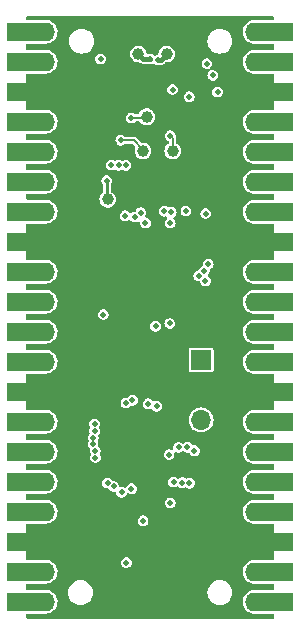
<source format=gbr>
%TF.GenerationSoftware,KiCad,Pcbnew,7.0.7*%
%TF.CreationDate,2023-10-12T13:18:40+07:00*%
%TF.ProjectId,Pico2040-Modular-Rev3-W,5069636f-3230-4343-902d-4d6f64756c61,rev?*%
%TF.SameCoordinates,Original*%
%TF.FileFunction,Copper,L4,Bot*%
%TF.FilePolarity,Positive*%
%FSLAX46Y46*%
G04 Gerber Fmt 4.6, Leading zero omitted, Abs format (unit mm)*
G04 Created by KiCad (PCBNEW 7.0.7) date 2023-10-12 13:18:40*
%MOMM*%
%LPD*%
G01*
G04 APERTURE LIST*
%TA.AperFunction,ComponentPad*%
%ADD10R,1.700000X1.700000*%
%TD*%
%TA.AperFunction,ComponentPad*%
%ADD11O,1.700000X1.700000*%
%TD*%
%TA.AperFunction,ComponentPad*%
%ADD12R,3.200000X1.600000*%
%TD*%
%TA.AperFunction,ComponentPad*%
%ADD13O,1.700000X1.600000*%
%TD*%
%TA.AperFunction,ComponentPad*%
%ADD14O,1.350000X1.700000*%
%TD*%
%TA.AperFunction,ComponentPad*%
%ADD15O,1.100000X1.500000*%
%TD*%
%TA.AperFunction,SMDPad,CuDef*%
%ADD16C,1.000000*%
%TD*%
%TA.AperFunction,ViaPad*%
%ADD17C,0.500000*%
%TD*%
%TA.AperFunction,ViaPad*%
%ADD18C,0.600000*%
%TD*%
%TA.AperFunction,Conductor*%
%ADD19C,0.250000*%
%TD*%
%TA.AperFunction,Conductor*%
%ADD20C,0.400000*%
%TD*%
%TA.AperFunction,Conductor*%
%ADD21C,0.200000*%
%TD*%
G04 APERTURE END LIST*
D10*
%TO.P,J4,1,Pin_1*%
%TO.N,/SWDIO*%
X84810000Y-49090000D03*
D11*
%TO.P,J4,2,Pin_2*%
%TO.N,GND*%
X84810000Y-51630000D03*
%TO.P,J4,3,Pin_3*%
%TO.N,/SWCLK*%
X84810000Y-54170000D03*
%TD*%
D12*
%TO.P,J2,1,Pin_1*%
%TO.N,/P0*%
X69990000Y-21300000D03*
D13*
X71600000Y-21300000D03*
D12*
%TO.P,J2,2,Pin_2*%
%TO.N,/P1*%
X69990000Y-23840000D03*
D13*
X71600000Y-23840000D03*
D12*
%TO.P,J2,3,Pin_3*%
%TO.N,GND*%
X69990000Y-26380000D03*
D13*
X71600000Y-26380000D03*
D12*
%TO.P,J2,4,Pin_4*%
%TO.N,/P2*%
X69990000Y-28920000D03*
D13*
X71600000Y-28920000D03*
D12*
%TO.P,J2,5,Pin_5*%
%TO.N,/P3*%
X69990000Y-31460000D03*
D13*
X71600000Y-31460000D03*
D12*
%TO.P,J2,6,Pin_6*%
%TO.N,/P4*%
X69990000Y-34000000D03*
D13*
X71600000Y-34000000D03*
D12*
%TO.P,J2,7,Pin_7*%
%TO.N,/P5*%
X69990000Y-36540000D03*
D13*
X71600000Y-36540000D03*
D12*
%TO.P,J2,8,Pin_8*%
%TO.N,GND*%
X69990000Y-39080000D03*
D13*
X71600000Y-39080000D03*
D12*
%TO.P,J2,9,Pin_9*%
%TO.N,/P6*%
X69990000Y-41620000D03*
D13*
X71600000Y-41620000D03*
D12*
%TO.P,J2,10,Pin_10*%
%TO.N,/P7*%
X69990000Y-44160000D03*
D13*
X71600000Y-44160000D03*
D12*
%TO.P,J2,11,Pin_11*%
%TO.N,/P8*%
X69990000Y-46700000D03*
D13*
X71600000Y-46700000D03*
D12*
%TO.P,J2,12,Pin_12*%
%TO.N,/P9*%
X69990000Y-49240000D03*
D13*
X71600000Y-49240000D03*
D12*
%TO.P,J2,13,Pin_13*%
%TO.N,GND*%
X69990000Y-51780000D03*
D13*
X71600000Y-51780000D03*
D12*
%TO.P,J2,14,Pin_14*%
%TO.N,/P10*%
X69990000Y-54320000D03*
D13*
X71600000Y-54320000D03*
D12*
%TO.P,J2,15,Pin_15*%
%TO.N,/P11*%
X69990000Y-56860000D03*
D13*
X71600000Y-56860000D03*
D12*
%TO.P,J2,16,Pin_16*%
%TO.N,/P12*%
X69990000Y-59400000D03*
D13*
X71600000Y-59400000D03*
D12*
%TO.P,J2,17,Pin_17*%
%TO.N,/P13*%
X69990000Y-61940000D03*
D13*
X71600000Y-61940000D03*
D12*
%TO.P,J2,18,Pin_18*%
%TO.N,GND*%
X69990000Y-64480000D03*
D13*
X71600000Y-64480000D03*
D12*
%TO.P,J2,19,Pin_19*%
%TO.N,/P14*%
X69990000Y-67020000D03*
D13*
X71600000Y-67020000D03*
D12*
%TO.P,J2,20,Pin_20*%
%TO.N,/P15*%
X69990000Y-69560000D03*
D13*
X71600000Y-69560000D03*
%TD*%
D14*
%TO.P,J1,6,Shield*%
%TO.N,GND*%
X83290000Y-21770000D03*
D15*
X82980000Y-24770000D03*
X78140000Y-24770000D03*
D14*
X77830000Y-21770000D03*
%TD*%
D16*
%TO.P,TP4,1,1*%
%TO.N,/FLASH_SS*%
X76900000Y-35500000D03*
%TD*%
%TO.P,TP5,1,1*%
%TO.N,Net-(U4-U0RXD)*%
X79900000Y-31400000D03*
%TD*%
D12*
%TO.P,J3,1,Pin_1*%
%TO.N,VBUS*%
X91000000Y-21300000D03*
D13*
X89390000Y-21300000D03*
D12*
%TO.P,J3,2,Pin_2*%
%TO.N,+3.3V*%
X91000000Y-23840000D03*
D13*
X89390000Y-23840000D03*
D12*
%TO.P,J3,3,Pin_3*%
%TO.N,GND*%
X91000000Y-26380000D03*
D13*
X89390000Y-26380000D03*
D12*
%TO.P,J3,4,Pin_4*%
%TO.N,+1V1*%
X91000000Y-28920000D03*
D13*
X89390000Y-28920000D03*
D12*
%TO.P,J3,5,Pin_5*%
%TO.N,/RESET*%
X91000000Y-31460000D03*
D13*
X89390000Y-31460000D03*
D12*
%TO.P,J3,6,Pin_6*%
%TO.N,/P29*%
X91000000Y-34000000D03*
D13*
X89390000Y-34000000D03*
D12*
%TO.P,J3,7,Pin_7*%
%TO.N,/P28*%
X91000000Y-36540000D03*
D13*
X89390000Y-36540000D03*
D12*
%TO.P,J3,8,Pin_8*%
%TO.N,GND*%
X91000000Y-39080000D03*
D13*
X89390000Y-39080000D03*
D12*
%TO.P,J3,9,Pin_9*%
%TO.N,/P27*%
X91000000Y-41620000D03*
D13*
X89390000Y-41620000D03*
D12*
%TO.P,J3,10,Pin_10*%
%TO.N,/P26*%
X91000000Y-44160000D03*
D13*
X89390000Y-44160000D03*
D12*
%TO.P,J3,11,Pin_11*%
%TO.N,/FLASH_SS*%
X91000000Y-46700000D03*
D13*
X89390000Y-46700000D03*
D12*
%TO.P,J3,12,Pin_12*%
%TO.N,unconnected-(J3-Pin_12-Pad12)*%
X91000000Y-49240000D03*
D13*
X89390000Y-49240000D03*
D12*
%TO.P,J3,13,Pin_13*%
%TO.N,GND*%
X91000000Y-51780000D03*
D13*
X89390000Y-51780000D03*
D12*
%TO.P,J3,14,Pin_14*%
%TO.N,/P21*%
X91000000Y-54320000D03*
D13*
X89390000Y-54320000D03*
D12*
%TO.P,J3,15,Pin_15*%
%TO.N,/P20*%
X91000000Y-56860000D03*
D13*
X89390000Y-56860000D03*
D12*
%TO.P,J3,16,Pin_16*%
%TO.N,/P19*%
X91000000Y-59400000D03*
D13*
X89390000Y-59400000D03*
D12*
%TO.P,J3,17,Pin_17*%
%TO.N,/P18*%
X91000000Y-61940000D03*
D13*
X89390000Y-61940000D03*
D12*
%TO.P,J3,18,Pin_18*%
%TO.N,GND*%
X91000000Y-64480000D03*
D13*
X89390000Y-64480000D03*
D12*
%TO.P,J3,19,Pin_19*%
%TO.N,/P17*%
X91000000Y-67020000D03*
D13*
X89390000Y-67020000D03*
D12*
%TO.P,J3,20,Pin_20*%
%TO.N,/P16*%
X91000000Y-69560000D03*
D13*
X89390000Y-69560000D03*
%TD*%
D16*
%TO.P,TP1,1,1*%
%TO.N,/DP*%
X79500000Y-23200000D03*
%TD*%
%TO.P,TP3,1,1*%
%TO.N,/RESET*%
X80200000Y-28500000D03*
%TD*%
%TO.P,TP6,1,1*%
%TO.N,Net-(U4-U0TXD)*%
X82400000Y-31400000D03*
%TD*%
%TO.P,TP2,1,1*%
%TO.N,/DM*%
X81900000Y-23200000D03*
%TD*%
D17*
%TO.N,GND*%
X79400000Y-42800000D03*
X77190000Y-66450000D03*
X78800000Y-23700000D03*
X78962500Y-55050000D03*
X77962500Y-57050000D03*
X84500000Y-59800000D03*
X79962500Y-55050000D03*
D18*
X81500000Y-21500000D03*
D17*
X79540000Y-34220000D03*
X81400000Y-41800000D03*
X77962500Y-56050000D03*
X80400000Y-48200000D03*
X83300000Y-29600000D03*
X80400000Y-40800000D03*
X81200000Y-61900000D03*
X85300000Y-26200000D03*
X81400000Y-40800000D03*
X84300000Y-36000000D03*
X77000000Y-48700000D03*
X79400000Y-40800000D03*
X77990000Y-63950000D03*
X85200000Y-34100000D03*
X84100000Y-63000000D03*
X78800000Y-50100000D03*
X81780000Y-34455000D03*
D18*
X79600000Y-21500000D03*
D17*
X81000000Y-60700000D03*
X87540000Y-42280000D03*
X87500000Y-30500000D03*
X84500000Y-58900000D03*
X75700000Y-24800000D03*
X82975000Y-32400000D03*
X78400000Y-34000000D03*
X86600000Y-24800000D03*
X79962500Y-57050000D03*
X77962500Y-55050000D03*
X80300000Y-50400000D03*
X79962500Y-56050000D03*
X79400000Y-41800000D03*
X78962500Y-56050000D03*
X81400000Y-42800000D03*
X80400000Y-42800000D03*
X80050000Y-34530000D03*
X80400000Y-41800000D03*
X78000000Y-51200000D03*
X78962500Y-57050000D03*
X82600000Y-64000000D03*
X76000000Y-36555000D03*
X78500000Y-33400000D03*
X77300000Y-26600000D03*
X82600000Y-63000000D03*
X77400000Y-30700000D03*
X78400000Y-47300000D03*
X87100000Y-24200000D03*
%TO.N,/ESP_ANT*%
X78490000Y-66250000D03*
X82100000Y-57100000D03*
%TO.N,+1V1*%
X81700000Y-36500000D03*
X83530000Y-36470000D03*
X80963000Y-46240000D03*
X82200000Y-37500000D03*
X80100000Y-37500000D03*
X82280000Y-36580000D03*
%TO.N,VBUS*%
X83800000Y-26800000D03*
X85800000Y-25000000D03*
X82400000Y-26200000D03*
X86200000Y-26400000D03*
X85300000Y-24000000D03*
%TO.N,/ESP_CLKOUT*%
X82200000Y-61200000D03*
X78080000Y-60290000D03*
%TO.N,/ESP_CLKIN*%
X79900000Y-62700000D03*
X78911779Y-60000000D03*
%TO.N,/DM*%
X81200000Y-23700000D03*
%TO.N,/DP*%
X80500000Y-23600000D03*
%TO.N,/RESET*%
X82162500Y-46000000D03*
X78900000Y-28600000D03*
%TO.N,/P29*%
X85200000Y-36700000D03*
X76300000Y-23600000D03*
%TO.N,/P23*%
X84620000Y-41960000D03*
X78990000Y-52500000D03*
%TO.N,/P22*%
X85180000Y-42400000D03*
X81042510Y-53007490D03*
%TO.N,/FLASH_SS*%
X76820000Y-33920000D03*
X76530000Y-45250000D03*
%TO.N,/FLASH_SD3*%
X79700000Y-36610000D03*
X77220000Y-32590000D03*
%TO.N,/FLASH_CLOCK*%
X77820000Y-32610000D03*
X79200000Y-37000000D03*
%TO.N,/FLASH_SD0*%
X78380000Y-36880000D03*
X78430000Y-32610000D03*
%TO.N,Net-(U4-U0RXD)*%
X78000000Y-30500000D03*
X76888221Y-59511779D03*
%TO.N,/ESPFLASH_D2*%
X83820000Y-59530000D03*
X75790000Y-54510000D03*
%TO.N,/ESPFLASH_D3*%
X82900000Y-56500000D03*
X75790000Y-55110000D03*
%TO.N,/ESPFLASH_SS*%
X82480000Y-59440000D03*
X75680000Y-55660000D03*
%TO.N,/ESPFLASH_CLOCK*%
X75662490Y-56242490D03*
X83640000Y-56480000D03*
%TO.N,/ESPFLASH_D0*%
X75839500Y-56780000D03*
X84240000Y-56780000D03*
%TO.N,/ESPFLASH_D1*%
X83220000Y-59480000D03*
X75863304Y-57356196D03*
%TO.N,Net-(U4-U0TXD)*%
X77400000Y-59800000D03*
X82200000Y-30100000D03*
%TO.N,/P24*%
X80324772Y-52802111D03*
X85080000Y-41550000D03*
%TO.N,/P25*%
X85410000Y-40980000D03*
X78450000Y-52740000D03*
%TD*%
D19*
%TO.N,/FLASH_SS*%
X76820000Y-35420000D02*
X76900000Y-35500000D01*
X76820000Y-33920000D02*
X76820000Y-35420000D01*
D20*
%TO.N,/DM*%
X81400000Y-23700000D02*
X81900000Y-23200000D01*
X81200000Y-23700000D02*
X81400000Y-23700000D01*
%TO.N,/DP*%
X79900000Y-23600000D02*
X79500000Y-23200000D01*
X80500000Y-23600000D02*
X79900000Y-23600000D01*
D21*
%TO.N,/RESET*%
X78900000Y-28600000D02*
X80100000Y-28600000D01*
X80100000Y-28600000D02*
X80200000Y-28500000D01*
%TO.N,Net-(U4-U0RXD)*%
X79900000Y-31300000D02*
X79900000Y-31400000D01*
X78000000Y-30500000D02*
X79100000Y-30500000D01*
X79100000Y-30500000D02*
X79900000Y-31300000D01*
%TO.N,Net-(U4-U0TXD)*%
X82400000Y-31400000D02*
X82400000Y-30300000D01*
X82400000Y-30300000D02*
X82200000Y-30100000D01*
%TD*%
%TA.AperFunction,Conductor*%
%TO.N,GND*%
G36*
X90942539Y-20020185D02*
G01*
X90988294Y-20072989D01*
X90999500Y-20124500D01*
X90999500Y-20175500D01*
X90979815Y-20242539D01*
X90927011Y-20288294D01*
X90875500Y-20299500D01*
X89289257Y-20299500D01*
X89137560Y-20314925D01*
X88943420Y-20375837D01*
X88943405Y-20375844D01*
X88765500Y-20474589D01*
X88765495Y-20474592D01*
X88611106Y-20607132D01*
X88611104Y-20607134D01*
X88486554Y-20768037D01*
X88486553Y-20768040D01*
X88396940Y-20950728D01*
X88345937Y-21147714D01*
X88335631Y-21350936D01*
X88366442Y-21552063D01*
X88366445Y-21552075D01*
X88437111Y-21742881D01*
X88437115Y-21742888D01*
X88544745Y-21915567D01*
X88544747Y-21915569D01*
X88544748Y-21915571D01*
X88684941Y-22063053D01*
X88813344Y-22152424D01*
X88851949Y-22179294D01*
X88851950Y-22179294D01*
X88851951Y-22179295D01*
X89038942Y-22259540D01*
X89238259Y-22300500D01*
X89380252Y-22300500D01*
X90875500Y-22300500D01*
X90942539Y-22320185D01*
X90988294Y-22372989D01*
X90999500Y-22424500D01*
X90999500Y-22715500D01*
X90979815Y-22782539D01*
X90927011Y-22828294D01*
X90875500Y-22839500D01*
X89289257Y-22839500D01*
X89137560Y-22854925D01*
X88943420Y-22915837D01*
X88943405Y-22915844D01*
X88765500Y-23014589D01*
X88765495Y-23014592D01*
X88611106Y-23147132D01*
X88611104Y-23147134D01*
X88486554Y-23308037D01*
X88486553Y-23308040D01*
X88396940Y-23490728D01*
X88345937Y-23687714D01*
X88335631Y-23890936D01*
X88366442Y-24092063D01*
X88366445Y-24092075D01*
X88437111Y-24282881D01*
X88437115Y-24282888D01*
X88544745Y-24455567D01*
X88544747Y-24455569D01*
X88544748Y-24455571D01*
X88684941Y-24603053D01*
X88813344Y-24692424D01*
X88851949Y-24719294D01*
X88851950Y-24719294D01*
X88851951Y-24719295D01*
X89038942Y-24799540D01*
X89238259Y-24840500D01*
X89380252Y-24840500D01*
X90875500Y-24840500D01*
X90942539Y-24860185D01*
X90988294Y-24912989D01*
X90999500Y-24964500D01*
X90999500Y-27795500D01*
X90979815Y-27862539D01*
X90927011Y-27908294D01*
X90875500Y-27919500D01*
X89289257Y-27919500D01*
X89137560Y-27934925D01*
X88943420Y-27995837D01*
X88943405Y-27995844D01*
X88765500Y-28094589D01*
X88765495Y-28094592D01*
X88611106Y-28227132D01*
X88611104Y-28227134D01*
X88486554Y-28388037D01*
X88486553Y-28388040D01*
X88396940Y-28570728D01*
X88345937Y-28767714D01*
X88335631Y-28970936D01*
X88366442Y-29172063D01*
X88366445Y-29172075D01*
X88437111Y-29362881D01*
X88437115Y-29362888D01*
X88544745Y-29535567D01*
X88544747Y-29535569D01*
X88544748Y-29535571D01*
X88684941Y-29683053D01*
X88789795Y-29756033D01*
X88851949Y-29799294D01*
X88851950Y-29799294D01*
X88851951Y-29799295D01*
X89038942Y-29879540D01*
X89238259Y-29920500D01*
X89380252Y-29920500D01*
X90875500Y-29920500D01*
X90942539Y-29940185D01*
X90988294Y-29992989D01*
X90999500Y-30044500D01*
X90999500Y-30335500D01*
X90979815Y-30402539D01*
X90927011Y-30448294D01*
X90875500Y-30459500D01*
X89289257Y-30459500D01*
X89137560Y-30474925D01*
X88943420Y-30535837D01*
X88943405Y-30535844D01*
X88765500Y-30634589D01*
X88765495Y-30634592D01*
X88611106Y-30767132D01*
X88611104Y-30767134D01*
X88486554Y-30928037D01*
X88486553Y-30928040D01*
X88396940Y-31110728D01*
X88345937Y-31307714D01*
X88335631Y-31510936D01*
X88366442Y-31712063D01*
X88366445Y-31712075D01*
X88437111Y-31902881D01*
X88437115Y-31902888D01*
X88544745Y-32075567D01*
X88544747Y-32075569D01*
X88544748Y-32075571D01*
X88684941Y-32223053D01*
X88813344Y-32312424D01*
X88851949Y-32339294D01*
X88851950Y-32339294D01*
X88851951Y-32339295D01*
X89038942Y-32419540D01*
X89238259Y-32460500D01*
X89380252Y-32460500D01*
X90875500Y-32460500D01*
X90942539Y-32480185D01*
X90988294Y-32532989D01*
X90999500Y-32584500D01*
X90999500Y-32875500D01*
X90979815Y-32942539D01*
X90927011Y-32988294D01*
X90875500Y-32999500D01*
X89289257Y-32999500D01*
X89137560Y-33014925D01*
X88943420Y-33075837D01*
X88943405Y-33075844D01*
X88765500Y-33174589D01*
X88765495Y-33174592D01*
X88611106Y-33307132D01*
X88611104Y-33307134D01*
X88486554Y-33468037D01*
X88486553Y-33468040D01*
X88396940Y-33650728D01*
X88345937Y-33847714D01*
X88335631Y-34050936D01*
X88366442Y-34252063D01*
X88366445Y-34252075D01*
X88437111Y-34442881D01*
X88437115Y-34442888D01*
X88544745Y-34615567D01*
X88544747Y-34615569D01*
X88544748Y-34615571D01*
X88684941Y-34763053D01*
X88794122Y-34839045D01*
X88851949Y-34879294D01*
X88851950Y-34879294D01*
X88851951Y-34879295D01*
X89038942Y-34959540D01*
X89238259Y-35000500D01*
X89380252Y-35000500D01*
X90875500Y-35000500D01*
X90942539Y-35020185D01*
X90988294Y-35072989D01*
X90999500Y-35124500D01*
X90999500Y-35415500D01*
X90979815Y-35482539D01*
X90927011Y-35528294D01*
X90875500Y-35539500D01*
X89289257Y-35539500D01*
X89137560Y-35554925D01*
X88943420Y-35615837D01*
X88943405Y-35615844D01*
X88765500Y-35714589D01*
X88765495Y-35714592D01*
X88611106Y-35847132D01*
X88611104Y-35847134D01*
X88486554Y-36008037D01*
X88486553Y-36008040D01*
X88396940Y-36190728D01*
X88345937Y-36387714D01*
X88335631Y-36590936D01*
X88366442Y-36792063D01*
X88366445Y-36792075D01*
X88437111Y-36982881D01*
X88437113Y-36982884D01*
X88437114Y-36982887D01*
X88452907Y-37008225D01*
X88544745Y-37155567D01*
X88544747Y-37155569D01*
X88544748Y-37155571D01*
X88684941Y-37303053D01*
X88813344Y-37392424D01*
X88851949Y-37419294D01*
X88851950Y-37419294D01*
X88851951Y-37419295D01*
X89038942Y-37499540D01*
X89238259Y-37540500D01*
X89380252Y-37540500D01*
X90875500Y-37540500D01*
X90942539Y-37560185D01*
X90988294Y-37612989D01*
X90999500Y-37664500D01*
X90999500Y-40495500D01*
X90979815Y-40562539D01*
X90927011Y-40608294D01*
X90875500Y-40619500D01*
X89289257Y-40619500D01*
X89137560Y-40634925D01*
X88943420Y-40695837D01*
X88943405Y-40695844D01*
X88765500Y-40794589D01*
X88765495Y-40794592D01*
X88611106Y-40927132D01*
X88611104Y-40927134D01*
X88486554Y-41088037D01*
X88486553Y-41088040D01*
X88396940Y-41270728D01*
X88345937Y-41467714D01*
X88335631Y-41670936D01*
X88366442Y-41872063D01*
X88366445Y-41872075D01*
X88437111Y-42062881D01*
X88437115Y-42062888D01*
X88544745Y-42235567D01*
X88544747Y-42235569D01*
X88544748Y-42235571D01*
X88684941Y-42383053D01*
X88813344Y-42472424D01*
X88851949Y-42499294D01*
X88851950Y-42499294D01*
X88851951Y-42499295D01*
X89038942Y-42579540D01*
X89238259Y-42620500D01*
X89380252Y-42620500D01*
X90875500Y-42620500D01*
X90942539Y-42640185D01*
X90988294Y-42692989D01*
X90999500Y-42744500D01*
X90999500Y-43035500D01*
X90979815Y-43102539D01*
X90927011Y-43148294D01*
X90875500Y-43159500D01*
X89289257Y-43159500D01*
X89137560Y-43174925D01*
X88943420Y-43235837D01*
X88943405Y-43235844D01*
X88765500Y-43334589D01*
X88765495Y-43334592D01*
X88611106Y-43467132D01*
X88611104Y-43467134D01*
X88486554Y-43628037D01*
X88486553Y-43628040D01*
X88396940Y-43810728D01*
X88345937Y-44007714D01*
X88335631Y-44210936D01*
X88366442Y-44412063D01*
X88366445Y-44412075D01*
X88437111Y-44602881D01*
X88437115Y-44602888D01*
X88544745Y-44775567D01*
X88544747Y-44775569D01*
X88544748Y-44775571D01*
X88684941Y-44923053D01*
X88801151Y-45003937D01*
X88851949Y-45039294D01*
X88851950Y-45039294D01*
X88851951Y-45039295D01*
X89038942Y-45119540D01*
X89238259Y-45160500D01*
X89380252Y-45160500D01*
X90875500Y-45160500D01*
X90942539Y-45180185D01*
X90988294Y-45232989D01*
X90999500Y-45284500D01*
X90999500Y-45575500D01*
X90979815Y-45642539D01*
X90927011Y-45688294D01*
X90875500Y-45699500D01*
X89289257Y-45699500D01*
X89137560Y-45714925D01*
X88943420Y-45775837D01*
X88943405Y-45775844D01*
X88765500Y-45874589D01*
X88765495Y-45874592D01*
X88611106Y-46007132D01*
X88611104Y-46007134D01*
X88486554Y-46168037D01*
X88486553Y-46168040D01*
X88396940Y-46350728D01*
X88345937Y-46547714D01*
X88335631Y-46750936D01*
X88366442Y-46952063D01*
X88366445Y-46952075D01*
X88437111Y-47142881D01*
X88437115Y-47142888D01*
X88544745Y-47315567D01*
X88544747Y-47315569D01*
X88544748Y-47315571D01*
X88684941Y-47463053D01*
X88813344Y-47552424D01*
X88851949Y-47579294D01*
X88851950Y-47579294D01*
X88851951Y-47579295D01*
X89038942Y-47659540D01*
X89238259Y-47700500D01*
X89380252Y-47700500D01*
X90875500Y-47700500D01*
X90942539Y-47720185D01*
X90988294Y-47772989D01*
X90999500Y-47824500D01*
X90999500Y-48115500D01*
X90979815Y-48182539D01*
X90927011Y-48228294D01*
X90875500Y-48239500D01*
X89289257Y-48239500D01*
X89137560Y-48254925D01*
X88943420Y-48315837D01*
X88943405Y-48315844D01*
X88765500Y-48414589D01*
X88765495Y-48414592D01*
X88611106Y-48547132D01*
X88611104Y-48547134D01*
X88486554Y-48708037D01*
X88486553Y-48708040D01*
X88396940Y-48890728D01*
X88345937Y-49087714D01*
X88335631Y-49290936D01*
X88366442Y-49492063D01*
X88366445Y-49492075D01*
X88437111Y-49682881D01*
X88437115Y-49682888D01*
X88544745Y-49855567D01*
X88544747Y-49855569D01*
X88544748Y-49855571D01*
X88684941Y-50003053D01*
X88802034Y-50084552D01*
X88851949Y-50119294D01*
X88851950Y-50119294D01*
X88851951Y-50119295D01*
X89038942Y-50199540D01*
X89238259Y-50240500D01*
X89380252Y-50240500D01*
X90875500Y-50240500D01*
X90942539Y-50260185D01*
X90988294Y-50312989D01*
X90999500Y-50364500D01*
X90999500Y-53195500D01*
X90979815Y-53262539D01*
X90927011Y-53308294D01*
X90875500Y-53319500D01*
X89289257Y-53319500D01*
X89137560Y-53334925D01*
X88943420Y-53395837D01*
X88943405Y-53395844D01*
X88765500Y-53494589D01*
X88765495Y-53494592D01*
X88611106Y-53627132D01*
X88611104Y-53627134D01*
X88486554Y-53788037D01*
X88486553Y-53788040D01*
X88396940Y-53970728D01*
X88345937Y-54167714D01*
X88335631Y-54370936D01*
X88366442Y-54572063D01*
X88366445Y-54572075D01*
X88437111Y-54762881D01*
X88437115Y-54762888D01*
X88544745Y-54935567D01*
X88544749Y-54935572D01*
X88588667Y-54981774D01*
X88684941Y-55083053D01*
X88813344Y-55172424D01*
X88851949Y-55199294D01*
X88851950Y-55199294D01*
X88851951Y-55199295D01*
X89038942Y-55279540D01*
X89238259Y-55320500D01*
X89380252Y-55320500D01*
X90875500Y-55320500D01*
X90942539Y-55340185D01*
X90988294Y-55392989D01*
X90999500Y-55444500D01*
X90999500Y-55735500D01*
X90979815Y-55802539D01*
X90927011Y-55848294D01*
X90875500Y-55859500D01*
X89289257Y-55859500D01*
X89137560Y-55874925D01*
X88943420Y-55935837D01*
X88943405Y-55935844D01*
X88765500Y-56034589D01*
X88765495Y-56034592D01*
X88611106Y-56167132D01*
X88611104Y-56167134D01*
X88486554Y-56328037D01*
X88486553Y-56328040D01*
X88396940Y-56510728D01*
X88345937Y-56707714D01*
X88335631Y-56910936D01*
X88366442Y-57112063D01*
X88366445Y-57112075D01*
X88437111Y-57302881D01*
X88437113Y-57302884D01*
X88437114Y-57302887D01*
X88464025Y-57346062D01*
X88544745Y-57475567D01*
X88544747Y-57475569D01*
X88544748Y-57475571D01*
X88684941Y-57623053D01*
X88813344Y-57712424D01*
X88851949Y-57739294D01*
X88851950Y-57739294D01*
X88851951Y-57739295D01*
X89038942Y-57819540D01*
X89238259Y-57860500D01*
X89380252Y-57860500D01*
X90875500Y-57860500D01*
X90942539Y-57880185D01*
X90988294Y-57932989D01*
X90999500Y-57984500D01*
X90999500Y-58275500D01*
X90979815Y-58342539D01*
X90927011Y-58388294D01*
X90875500Y-58399500D01*
X89289257Y-58399500D01*
X89137560Y-58414925D01*
X88943420Y-58475837D01*
X88943405Y-58475844D01*
X88765500Y-58574589D01*
X88765495Y-58574592D01*
X88611106Y-58707132D01*
X88611104Y-58707134D01*
X88486554Y-58868037D01*
X88486553Y-58868040D01*
X88396940Y-59050728D01*
X88345937Y-59247714D01*
X88335631Y-59450936D01*
X88366442Y-59652063D01*
X88366445Y-59652075D01*
X88437111Y-59842881D01*
X88437113Y-59842884D01*
X88437114Y-59842887D01*
X88456486Y-59873966D01*
X88544745Y-60015567D01*
X88544747Y-60015569D01*
X88544748Y-60015571D01*
X88684941Y-60163053D01*
X88810579Y-60250499D01*
X88851949Y-60279294D01*
X88851950Y-60279294D01*
X88851951Y-60279295D01*
X89038942Y-60359540D01*
X89238259Y-60400500D01*
X89380252Y-60400500D01*
X90875500Y-60400500D01*
X90942539Y-60420185D01*
X90988294Y-60472989D01*
X90999500Y-60524500D01*
X90999500Y-60815500D01*
X90979815Y-60882539D01*
X90927011Y-60928294D01*
X90875500Y-60939500D01*
X89289257Y-60939500D01*
X89137560Y-60954925D01*
X88943420Y-61015837D01*
X88943405Y-61015844D01*
X88765500Y-61114589D01*
X88765495Y-61114592D01*
X88611106Y-61247132D01*
X88611104Y-61247134D01*
X88486554Y-61408037D01*
X88486553Y-61408040D01*
X88396940Y-61590728D01*
X88345937Y-61787714D01*
X88335631Y-61990936D01*
X88366442Y-62192063D01*
X88366445Y-62192075D01*
X88437111Y-62382881D01*
X88437113Y-62382884D01*
X88437114Y-62382887D01*
X88481400Y-62453938D01*
X88544745Y-62555567D01*
X88544747Y-62555569D01*
X88544748Y-62555571D01*
X88684941Y-62703053D01*
X88813344Y-62792424D01*
X88851949Y-62819294D01*
X88851950Y-62819294D01*
X88851951Y-62819295D01*
X89038942Y-62899540D01*
X89238259Y-62940500D01*
X89380252Y-62940500D01*
X90875500Y-62940500D01*
X90942539Y-62960185D01*
X90988294Y-63012989D01*
X90999500Y-63064500D01*
X90999500Y-65895500D01*
X90979815Y-65962539D01*
X90927011Y-66008294D01*
X90875500Y-66019500D01*
X89289257Y-66019500D01*
X89137560Y-66034925D01*
X88943420Y-66095837D01*
X88943405Y-66095844D01*
X88765500Y-66194589D01*
X88765495Y-66194592D01*
X88611106Y-66327132D01*
X88611104Y-66327134D01*
X88486554Y-66488037D01*
X88486553Y-66488040D01*
X88396940Y-66670728D01*
X88345937Y-66867714D01*
X88335631Y-67070936D01*
X88366442Y-67272063D01*
X88366445Y-67272075D01*
X88437111Y-67462881D01*
X88437115Y-67462888D01*
X88544745Y-67635567D01*
X88544747Y-67635569D01*
X88544748Y-67635571D01*
X88684941Y-67783053D01*
X88813344Y-67872424D01*
X88851949Y-67899294D01*
X88851950Y-67899294D01*
X88851951Y-67899295D01*
X89038942Y-67979540D01*
X89238259Y-68020500D01*
X89380252Y-68020500D01*
X90875500Y-68020500D01*
X90942539Y-68040185D01*
X90988294Y-68092989D01*
X90999500Y-68144500D01*
X90999500Y-68435500D01*
X90979815Y-68502539D01*
X90927011Y-68548294D01*
X90875500Y-68559500D01*
X89289257Y-68559500D01*
X89137560Y-68574925D01*
X88943420Y-68635837D01*
X88943405Y-68635844D01*
X88765500Y-68734589D01*
X88765495Y-68734592D01*
X88611106Y-68867132D01*
X88611104Y-68867134D01*
X88486554Y-69028037D01*
X88486553Y-69028040D01*
X88396940Y-69210728D01*
X88345937Y-69407714D01*
X88335631Y-69610936D01*
X88366442Y-69812063D01*
X88366445Y-69812075D01*
X88437111Y-70002881D01*
X88437115Y-70002888D01*
X88544745Y-70175567D01*
X88544747Y-70175569D01*
X88544748Y-70175571D01*
X88684941Y-70323053D01*
X88813344Y-70412424D01*
X88851949Y-70439294D01*
X88851950Y-70439294D01*
X88851951Y-70439295D01*
X89038942Y-70519540D01*
X89238259Y-70560500D01*
X89380252Y-70560500D01*
X90875500Y-70560500D01*
X90942539Y-70580185D01*
X90988294Y-70632989D01*
X90999500Y-70684500D01*
X90999500Y-70875500D01*
X90979815Y-70942539D01*
X90927011Y-70988294D01*
X90875500Y-70999500D01*
X70124500Y-70999500D01*
X70057461Y-70979815D01*
X70011706Y-70927011D01*
X70000500Y-70875500D01*
X70000500Y-70684500D01*
X70020185Y-70617461D01*
X70072989Y-70571706D01*
X70124500Y-70560500D01*
X71700743Y-70560500D01*
X71852439Y-70545074D01*
X72046579Y-70484162D01*
X72046580Y-70484161D01*
X72046588Y-70484159D01*
X72224502Y-70385409D01*
X72378895Y-70252866D01*
X72503448Y-70091958D01*
X72593060Y-69909271D01*
X72644063Y-69712285D01*
X72654369Y-69509064D01*
X72623556Y-69307929D01*
X72552886Y-69117113D01*
X72445252Y-68944429D01*
X72307961Y-68800000D01*
X73543915Y-68800000D01*
X73564207Y-69006034D01*
X73624305Y-69204147D01*
X73721895Y-69386727D01*
X73721897Y-69386730D01*
X73853234Y-69546765D01*
X74013269Y-69678102D01*
X74013272Y-69678104D01*
X74077221Y-69712285D01*
X74195854Y-69775695D01*
X74393968Y-69835793D01*
X74548370Y-69851000D01*
X74548373Y-69851000D01*
X74651627Y-69851000D01*
X74651630Y-69851000D01*
X74806032Y-69835793D01*
X75004146Y-69775695D01*
X75186729Y-69678103D01*
X75346765Y-69546765D01*
X75478103Y-69386729D01*
X75575695Y-69204146D01*
X75635793Y-69006032D01*
X75656085Y-68800000D01*
X85343915Y-68800000D01*
X85364207Y-69006034D01*
X85424305Y-69204147D01*
X85521895Y-69386727D01*
X85521897Y-69386730D01*
X85653234Y-69546765D01*
X85813269Y-69678102D01*
X85813272Y-69678104D01*
X85877221Y-69712285D01*
X85995854Y-69775695D01*
X86193968Y-69835793D01*
X86348370Y-69851000D01*
X86348373Y-69851000D01*
X86451627Y-69851000D01*
X86451630Y-69851000D01*
X86606032Y-69835793D01*
X86804146Y-69775695D01*
X86986729Y-69678103D01*
X87146765Y-69546765D01*
X87278103Y-69386729D01*
X87375695Y-69204146D01*
X87435793Y-69006032D01*
X87456085Y-68800000D01*
X87435793Y-68593968D01*
X87375695Y-68395854D01*
X87278103Y-68213271D01*
X87278102Y-68213269D01*
X87146765Y-68053234D01*
X86986730Y-67921897D01*
X86986727Y-67921895D01*
X86804147Y-67824305D01*
X86606034Y-67764207D01*
X86544271Y-67758124D01*
X86451630Y-67749000D01*
X86348370Y-67749000D01*
X86271169Y-67756603D01*
X86193965Y-67764207D01*
X85995852Y-67824305D01*
X85813272Y-67921895D01*
X85813269Y-67921897D01*
X85653234Y-68053234D01*
X85521897Y-68213269D01*
X85521895Y-68213272D01*
X85424305Y-68395852D01*
X85364207Y-68593965D01*
X85343915Y-68800000D01*
X75656085Y-68800000D01*
X75635793Y-68593968D01*
X75575695Y-68395854D01*
X75478103Y-68213271D01*
X75478102Y-68213269D01*
X75346765Y-68053234D01*
X75186730Y-67921897D01*
X75186727Y-67921895D01*
X75004147Y-67824305D01*
X74806034Y-67764207D01*
X74744271Y-67758124D01*
X74651630Y-67749000D01*
X74548370Y-67749000D01*
X74471168Y-67756603D01*
X74393965Y-67764207D01*
X74195852Y-67824305D01*
X74013272Y-67921895D01*
X74013269Y-67921897D01*
X73853234Y-68053234D01*
X73721897Y-68213269D01*
X73721895Y-68213272D01*
X73624305Y-68395852D01*
X73564207Y-68593965D01*
X73543915Y-68800000D01*
X72307961Y-68800000D01*
X72305059Y-68796947D01*
X72206587Y-68728409D01*
X72138050Y-68680705D01*
X71951056Y-68600459D01*
X71751741Y-68559500D01*
X71609748Y-68559500D01*
X70124500Y-68559500D01*
X70057461Y-68539815D01*
X70011706Y-68487011D01*
X70000500Y-68435500D01*
X70000500Y-68144500D01*
X70020185Y-68077461D01*
X70072989Y-68031706D01*
X70124500Y-68020500D01*
X71700743Y-68020500D01*
X71852439Y-68005074D01*
X72046579Y-67944162D01*
X72046580Y-67944161D01*
X72046588Y-67944159D01*
X72224502Y-67845409D01*
X72378895Y-67712866D01*
X72503448Y-67551958D01*
X72593060Y-67369271D01*
X72644063Y-67172285D01*
X72654369Y-66969064D01*
X72623556Y-66767929D01*
X72552886Y-66577113D01*
X72445252Y-66404429D01*
X72305059Y-66256947D01*
X72295078Y-66250000D01*
X78034867Y-66250000D01*
X78053302Y-66378225D01*
X78103454Y-66488040D01*
X78107118Y-66496063D01*
X78191951Y-66593967D01*
X78300931Y-66664004D01*
X78323835Y-66670729D01*
X78425225Y-66700499D01*
X78425227Y-66700500D01*
X78425228Y-66700500D01*
X78554773Y-66700500D01*
X78554773Y-66700499D01*
X78679069Y-66664004D01*
X78788049Y-66593967D01*
X78872882Y-66496063D01*
X78926697Y-66378226D01*
X78945133Y-66250000D01*
X78926697Y-66121774D01*
X78872882Y-66003937D01*
X78788049Y-65906033D01*
X78679069Y-65835996D01*
X78679065Y-65835994D01*
X78679064Y-65835994D01*
X78554774Y-65799500D01*
X78554772Y-65799500D01*
X78425228Y-65799500D01*
X78425226Y-65799500D01*
X78300935Y-65835994D01*
X78300932Y-65835995D01*
X78300931Y-65835996D01*
X78249677Y-65868934D01*
X78191950Y-65906033D01*
X78107118Y-66003937D01*
X78107117Y-66003938D01*
X78053302Y-66121774D01*
X78034867Y-66250000D01*
X72295078Y-66250000D01*
X72206587Y-66188409D01*
X72138050Y-66140705D01*
X71951056Y-66060459D01*
X71751741Y-66019500D01*
X71609748Y-66019500D01*
X70124500Y-66019500D01*
X70057461Y-65999815D01*
X70011706Y-65947011D01*
X70000500Y-65895500D01*
X70000500Y-63064500D01*
X70020185Y-62997461D01*
X70072989Y-62951706D01*
X70124500Y-62940500D01*
X71700743Y-62940500D01*
X71852439Y-62925074D01*
X72046579Y-62864162D01*
X72046580Y-62864161D01*
X72046588Y-62864159D01*
X72224502Y-62765409D01*
X72300694Y-62700000D01*
X79444867Y-62700000D01*
X79463302Y-62828225D01*
X79509265Y-62928867D01*
X79517118Y-62946063D01*
X79601951Y-63043967D01*
X79710931Y-63114004D01*
X79835225Y-63150499D01*
X79835227Y-63150500D01*
X79835228Y-63150500D01*
X79964773Y-63150500D01*
X79964773Y-63150499D01*
X80089069Y-63114004D01*
X80198049Y-63043967D01*
X80282882Y-62946063D01*
X80336697Y-62828226D01*
X80355133Y-62700000D01*
X80336697Y-62571774D01*
X80282882Y-62453937D01*
X80198049Y-62356033D01*
X80089069Y-62285996D01*
X80089065Y-62285994D01*
X80089064Y-62285994D01*
X79964774Y-62249500D01*
X79964772Y-62249500D01*
X79835228Y-62249500D01*
X79835226Y-62249500D01*
X79710935Y-62285994D01*
X79710932Y-62285995D01*
X79710931Y-62285996D01*
X79659677Y-62318934D01*
X79601950Y-62356033D01*
X79517118Y-62453937D01*
X79517117Y-62453938D01*
X79463302Y-62571774D01*
X79444867Y-62700000D01*
X72300694Y-62700000D01*
X72378895Y-62632866D01*
X72503448Y-62471958D01*
X72593060Y-62289271D01*
X72644063Y-62092285D01*
X72654369Y-61889064D01*
X72623556Y-61687929D01*
X72552886Y-61497113D01*
X72445252Y-61324429D01*
X72326973Y-61200000D01*
X81744867Y-61200000D01*
X81763302Y-61328225D01*
X81799752Y-61408037D01*
X81817118Y-61446063D01*
X81901951Y-61543967D01*
X82010931Y-61614004D01*
X82135225Y-61650499D01*
X82135227Y-61650500D01*
X82135228Y-61650500D01*
X82264773Y-61650500D01*
X82264773Y-61650499D01*
X82389069Y-61614004D01*
X82498049Y-61543967D01*
X82582882Y-61446063D01*
X82636697Y-61328226D01*
X82655133Y-61200000D01*
X82636697Y-61071774D01*
X82582882Y-60953937D01*
X82498049Y-60856033D01*
X82389069Y-60785996D01*
X82389065Y-60785994D01*
X82389064Y-60785994D01*
X82264774Y-60749500D01*
X82264772Y-60749500D01*
X82135228Y-60749500D01*
X82135226Y-60749500D01*
X82010935Y-60785994D01*
X82010932Y-60785995D01*
X82010931Y-60785996D01*
X81965022Y-60815500D01*
X81901950Y-60856033D01*
X81817118Y-60953937D01*
X81817117Y-60953938D01*
X81763302Y-61071774D01*
X81744867Y-61200000D01*
X72326973Y-61200000D01*
X72305059Y-61176947D01*
X72206587Y-61108409D01*
X72138050Y-61060705D01*
X71951056Y-60980459D01*
X71751741Y-60939500D01*
X71609748Y-60939500D01*
X70124500Y-60939500D01*
X70057461Y-60919815D01*
X70011706Y-60867011D01*
X70000500Y-60815500D01*
X70000500Y-60524500D01*
X70020185Y-60457461D01*
X70072989Y-60411706D01*
X70124500Y-60400500D01*
X71700743Y-60400500D01*
X71852439Y-60385074D01*
X72046579Y-60324162D01*
X72046580Y-60324161D01*
X72046588Y-60324159D01*
X72224502Y-60225409D01*
X72378895Y-60092866D01*
X72503448Y-59931958D01*
X72593060Y-59749271D01*
X72644063Y-59552285D01*
X72646117Y-59511778D01*
X76433088Y-59511778D01*
X76451523Y-59640004D01*
X76501425Y-59749271D01*
X76505339Y-59757842D01*
X76559267Y-59820079D01*
X76588662Y-59854004D01*
X76590172Y-59855746D01*
X76699152Y-59925783D01*
X76761209Y-59944004D01*
X76823446Y-59962278D01*
X76823448Y-59962279D01*
X76899165Y-59962279D01*
X76966204Y-59981964D01*
X77011959Y-60034767D01*
X77017116Y-60046061D01*
X77017117Y-60046061D01*
X77017118Y-60046063D01*
X77101951Y-60143967D01*
X77210931Y-60214004D01*
X77335225Y-60250499D01*
X77335227Y-60250500D01*
X77335228Y-60250500D01*
X77464772Y-60250500D01*
X77475622Y-60247313D01*
X77545492Y-60247312D01*
X77604271Y-60285085D01*
X77633297Y-60348640D01*
X77633298Y-60348642D01*
X77643302Y-60418225D01*
X77691837Y-60524500D01*
X77697118Y-60536063D01*
X77781951Y-60633967D01*
X77890931Y-60704004D01*
X78015225Y-60740499D01*
X78015227Y-60740500D01*
X78015228Y-60740500D01*
X78144773Y-60740500D01*
X78144773Y-60740499D01*
X78269069Y-60704004D01*
X78378049Y-60633967D01*
X78462882Y-60536063D01*
X78505486Y-60442772D01*
X78551238Y-60389973D01*
X78618277Y-60370288D01*
X78685314Y-60389971D01*
X78722710Y-60414004D01*
X78722712Y-60414004D01*
X78722713Y-60414005D01*
X78847004Y-60450499D01*
X78847006Y-60450500D01*
X78847007Y-60450500D01*
X78976552Y-60450500D01*
X78976552Y-60450499D01*
X79100848Y-60414004D01*
X79209828Y-60343967D01*
X79294661Y-60246063D01*
X79348476Y-60128226D01*
X79366912Y-60000000D01*
X79348476Y-59871774D01*
X79294661Y-59753937D01*
X79209828Y-59656033D01*
X79100848Y-59585996D01*
X79100844Y-59585994D01*
X79100843Y-59585994D01*
X78976553Y-59549500D01*
X78976551Y-59549500D01*
X78847007Y-59549500D01*
X78847005Y-59549500D01*
X78722714Y-59585994D01*
X78722711Y-59585995D01*
X78722710Y-59585996D01*
X78671456Y-59618934D01*
X78613729Y-59656033D01*
X78528897Y-59753937D01*
X78528896Y-59753938D01*
X78486294Y-59847223D01*
X78440539Y-59900027D01*
X78373499Y-59919711D01*
X78306462Y-59900027D01*
X78269069Y-59875996D01*
X78269065Y-59875994D01*
X78269064Y-59875994D01*
X78144774Y-59839500D01*
X78144772Y-59839500D01*
X78015228Y-59839500D01*
X78015222Y-59839500D01*
X78004369Y-59842687D01*
X77934500Y-59842685D01*
X77875723Y-59804908D01*
X77846701Y-59741355D01*
X77844502Y-59726063D01*
X77836697Y-59671774D01*
X77782882Y-59553937D01*
X77698049Y-59456033D01*
X77673101Y-59440000D01*
X82024867Y-59440000D01*
X82043302Y-59568225D01*
X82084405Y-59658226D01*
X82097118Y-59686063D01*
X82131778Y-59726063D01*
X82175100Y-59776061D01*
X82181951Y-59783967D01*
X82290931Y-59854004D01*
X82365824Y-59875994D01*
X82415225Y-59890499D01*
X82415227Y-59890500D01*
X82415228Y-59890500D01*
X82544773Y-59890500D01*
X82544773Y-59890499D01*
X82601083Y-59873966D01*
X82669064Y-59854006D01*
X82669065Y-59854005D01*
X82669069Y-59854004D01*
X82757829Y-59796961D01*
X82824866Y-59777278D01*
X82891906Y-59796963D01*
X82918582Y-59820079D01*
X82921949Y-59823966D01*
X82921951Y-59823967D01*
X83030931Y-59894004D01*
X83155225Y-59930499D01*
X83155227Y-59930500D01*
X83155228Y-59930500D01*
X83284773Y-59930500D01*
X83284773Y-59930499D01*
X83409069Y-59894004D01*
X83414060Y-59890796D01*
X83481097Y-59871112D01*
X83548137Y-59890796D01*
X83548138Y-59890796D01*
X83630931Y-59944004D01*
X83755225Y-59980499D01*
X83755227Y-59980500D01*
X83755228Y-59980500D01*
X83884773Y-59980500D01*
X83884773Y-59980499D01*
X84009069Y-59944004D01*
X84118049Y-59873967D01*
X84202882Y-59776063D01*
X84256697Y-59658226D01*
X84275133Y-59530000D01*
X84256697Y-59401774D01*
X84202882Y-59283937D01*
X84118049Y-59186033D01*
X84009069Y-59115996D01*
X84009065Y-59115994D01*
X84009064Y-59115994D01*
X83884774Y-59079500D01*
X83884772Y-59079500D01*
X83755228Y-59079500D01*
X83755226Y-59079500D01*
X83630932Y-59115995D01*
X83630923Y-59115999D01*
X83625933Y-59119206D01*
X83558893Y-59138887D01*
X83491861Y-59119203D01*
X83458518Y-59097775D01*
X83409069Y-59065996D01*
X83409065Y-59065994D01*
X83409064Y-59065994D01*
X83284774Y-59029500D01*
X83284772Y-59029500D01*
X83155228Y-59029500D01*
X83155226Y-59029500D01*
X83030935Y-59065994D01*
X83030932Y-59065995D01*
X83030931Y-59065996D01*
X82981485Y-59097773D01*
X82942173Y-59123037D01*
X82875133Y-59142721D01*
X82808094Y-59123036D01*
X82781422Y-59099924D01*
X82778052Y-59096035D01*
X82731310Y-59065996D01*
X82669069Y-59025996D01*
X82669065Y-59025994D01*
X82669064Y-59025994D01*
X82544774Y-58989500D01*
X82544772Y-58989500D01*
X82415228Y-58989500D01*
X82415226Y-58989500D01*
X82290935Y-59025994D01*
X82290932Y-59025995D01*
X82290931Y-59025996D01*
X82285479Y-59029500D01*
X82181950Y-59096033D01*
X82097118Y-59193937D01*
X82097117Y-59193938D01*
X82043302Y-59311774D01*
X82024867Y-59440000D01*
X77673101Y-59440000D01*
X77589069Y-59385996D01*
X77589065Y-59385994D01*
X77589064Y-59385994D01*
X77464774Y-59349500D01*
X77464772Y-59349500D01*
X77389056Y-59349500D01*
X77322017Y-59329815D01*
X77276262Y-59277012D01*
X77271104Y-59265717D01*
X77271103Y-59265716D01*
X77186270Y-59167812D01*
X77077290Y-59097775D01*
X77077286Y-59097773D01*
X77077285Y-59097773D01*
X76952995Y-59061279D01*
X76952993Y-59061279D01*
X76823449Y-59061279D01*
X76823447Y-59061279D01*
X76699156Y-59097773D01*
X76699153Y-59097774D01*
X76699152Y-59097775D01*
X76647898Y-59130713D01*
X76590171Y-59167812D01*
X76505339Y-59265716D01*
X76505338Y-59265717D01*
X76451523Y-59383553D01*
X76433088Y-59511778D01*
X72646117Y-59511778D01*
X72654369Y-59349064D01*
X72623556Y-59147929D01*
X72552886Y-58957113D01*
X72445252Y-58784429D01*
X72305059Y-58636947D01*
X72206587Y-58568409D01*
X72138050Y-58520705D01*
X71951056Y-58440459D01*
X71751741Y-58399500D01*
X71609748Y-58399500D01*
X70124500Y-58399500D01*
X70057461Y-58379815D01*
X70011706Y-58327011D01*
X70000500Y-58275500D01*
X70000500Y-57984500D01*
X70020185Y-57917461D01*
X70072989Y-57871706D01*
X70124500Y-57860500D01*
X71700743Y-57860500D01*
X71852439Y-57845074D01*
X72046579Y-57784162D01*
X72046580Y-57784161D01*
X72046588Y-57784159D01*
X72224502Y-57685409D01*
X72378895Y-57552866D01*
X72503448Y-57391958D01*
X72593060Y-57209271D01*
X72644063Y-57012285D01*
X72654369Y-56809064D01*
X72623556Y-56607929D01*
X72552886Y-56417113D01*
X72445252Y-56244429D01*
X72443409Y-56242490D01*
X75207357Y-56242490D01*
X75225792Y-56370715D01*
X75279607Y-56488551D01*
X75279610Y-56488557D01*
X75368314Y-56590929D01*
X75397338Y-56654485D01*
X75397338Y-56689776D01*
X75384367Y-56779998D01*
X75384367Y-56779999D01*
X75402802Y-56908225D01*
X75460302Y-57034130D01*
X75459024Y-57034713D01*
X75476055Y-57092724D01*
X75464850Y-57144229D01*
X75426606Y-57227971D01*
X75408171Y-57356196D01*
X75426606Y-57484421D01*
X75457865Y-57552867D01*
X75480422Y-57602259D01*
X75565255Y-57700163D01*
X75674235Y-57770200D01*
X75791230Y-57804552D01*
X75798529Y-57806695D01*
X75798531Y-57806696D01*
X75798532Y-57806696D01*
X75928077Y-57806696D01*
X75928077Y-57806695D01*
X76052373Y-57770200D01*
X76161353Y-57700163D01*
X76246186Y-57602259D01*
X76300001Y-57484422D01*
X76318437Y-57356196D01*
X76300001Y-57227970D01*
X76247071Y-57112071D01*
X76242502Y-57102066D01*
X76243779Y-57101482D01*
X76243344Y-57100000D01*
X81644867Y-57100000D01*
X81663302Y-57228225D01*
X81697397Y-57302881D01*
X81717118Y-57346063D01*
X81801951Y-57443967D01*
X81910931Y-57514004D01*
X82035225Y-57550499D01*
X82035227Y-57550500D01*
X82035228Y-57550500D01*
X82164773Y-57550500D01*
X82164773Y-57550499D01*
X82289069Y-57514004D01*
X82398049Y-57443967D01*
X82482882Y-57346063D01*
X82536697Y-57228226D01*
X82555133Y-57100000D01*
X82547804Y-57049026D01*
X82557748Y-56979869D01*
X82603502Y-56927065D01*
X82670542Y-56907380D01*
X82705476Y-56912403D01*
X82835225Y-56950499D01*
X82835227Y-56950500D01*
X82835228Y-56950500D01*
X82964773Y-56950500D01*
X82964773Y-56950499D01*
X83089069Y-56914004D01*
X83198049Y-56843967D01*
X83198052Y-56843962D01*
X83202422Y-56840177D01*
X83265976Y-56811148D01*
X83335135Y-56821088D01*
X83350661Y-56829565D01*
X83450931Y-56894004D01*
X83450932Y-56894004D01*
X83450935Y-56894006D01*
X83575225Y-56930499D01*
X83575227Y-56930500D01*
X83575228Y-56930500D01*
X83704773Y-56930500D01*
X83713551Y-56929238D01*
X83714038Y-56932630D01*
X83767375Y-56932620D01*
X83826160Y-56970383D01*
X83845257Y-57000092D01*
X83857118Y-57026063D01*
X83941951Y-57123967D01*
X84050931Y-57194004D01*
X84175225Y-57230499D01*
X84175227Y-57230500D01*
X84175228Y-57230500D01*
X84304773Y-57230500D01*
X84304773Y-57230499D01*
X84429069Y-57194004D01*
X84538049Y-57123967D01*
X84622882Y-57026063D01*
X84676697Y-56908226D01*
X84695133Y-56780000D01*
X84676697Y-56651774D01*
X84622882Y-56533937D01*
X84538049Y-56436033D01*
X84429069Y-56365996D01*
X84429065Y-56365994D01*
X84429064Y-56365994D01*
X84304774Y-56329500D01*
X84304772Y-56329500D01*
X84175228Y-56329500D01*
X84166450Y-56330762D01*
X84165963Y-56327377D01*
X84112574Y-56327365D01*
X84053804Y-56289577D01*
X84034743Y-56259910D01*
X84022882Y-56233937D01*
X83938049Y-56136033D01*
X83829069Y-56065996D01*
X83829065Y-56065994D01*
X83829064Y-56065994D01*
X83704774Y-56029500D01*
X83704772Y-56029500D01*
X83575228Y-56029500D01*
X83575226Y-56029500D01*
X83450935Y-56065994D01*
X83450932Y-56065995D01*
X83450931Y-56065996D01*
X83419810Y-56085996D01*
X83341946Y-56136035D01*
X83337569Y-56139829D01*
X83274012Y-56168852D01*
X83204854Y-56158907D01*
X83189333Y-56150431D01*
X83089069Y-56085996D01*
X83089065Y-56085994D01*
X83089064Y-56085994D01*
X82964774Y-56049500D01*
X82964772Y-56049500D01*
X82835228Y-56049500D01*
X82835226Y-56049500D01*
X82710935Y-56085994D01*
X82710932Y-56085995D01*
X82710931Y-56085996D01*
X82693888Y-56096949D01*
X82601950Y-56156033D01*
X82517118Y-56253937D01*
X82517117Y-56253938D01*
X82463302Y-56371774D01*
X82444867Y-56500000D01*
X82444867Y-56500001D01*
X82452195Y-56550973D01*
X82442251Y-56620132D01*
X82396495Y-56672935D01*
X82329455Y-56692619D01*
X82294524Y-56687597D01*
X82164772Y-56649500D01*
X82035228Y-56649500D01*
X82035226Y-56649500D01*
X81910935Y-56685994D01*
X81910932Y-56685995D01*
X81910931Y-56685996D01*
X81859677Y-56718934D01*
X81801950Y-56756033D01*
X81717118Y-56853937D01*
X81717117Y-56853938D01*
X81663302Y-56971774D01*
X81644867Y-57100000D01*
X76243344Y-57100000D01*
X76226748Y-57043476D01*
X76237954Y-56991965D01*
X76247175Y-56971774D01*
X76276197Y-56908226D01*
X76294633Y-56780000D01*
X76276197Y-56651774D01*
X76222382Y-56533937D01*
X76137549Y-56436033D01*
X76133675Y-56431562D01*
X76104651Y-56368006D01*
X76104651Y-56332713D01*
X76105420Y-56327365D01*
X76117623Y-56242490D01*
X76099187Y-56114264D01*
X76056648Y-56021119D01*
X76046705Y-55951961D01*
X76060580Y-55914761D01*
X76059198Y-55914130D01*
X76071133Y-55887994D01*
X76116697Y-55788226D01*
X76135133Y-55660000D01*
X76116697Y-55531774D01*
X76116645Y-55531662D01*
X76116628Y-55531542D01*
X76114199Y-55523269D01*
X76115388Y-55522919D01*
X76106699Y-55462505D01*
X76135721Y-55398949D01*
X76172882Y-55356063D01*
X76226697Y-55238226D01*
X76245133Y-55110000D01*
X76226697Y-54981774D01*
X76172882Y-54863937D01*
X76172880Y-54863935D01*
X76171774Y-54861512D01*
X76161830Y-54792354D01*
X76171774Y-54758488D01*
X76172880Y-54756064D01*
X76172882Y-54756063D01*
X76226697Y-54638226D01*
X76245133Y-54510000D01*
X76226697Y-54381774D01*
X76172882Y-54263937D01*
X76091486Y-54170000D01*
X83754417Y-54170000D01*
X83774699Y-54375932D01*
X83803927Y-54472285D01*
X83834768Y-54573954D01*
X83932315Y-54756450D01*
X83966969Y-54798677D01*
X84063589Y-54916410D01*
X84143237Y-54981774D01*
X84223550Y-55047685D01*
X84406046Y-55145232D01*
X84604066Y-55205300D01*
X84604065Y-55205300D01*
X84622529Y-55207118D01*
X84810000Y-55225583D01*
X85015934Y-55205300D01*
X85213954Y-55145232D01*
X85396450Y-55047685D01*
X85556410Y-54916410D01*
X85687685Y-54756450D01*
X85785232Y-54573954D01*
X85845300Y-54375934D01*
X85865583Y-54170000D01*
X85845300Y-53964066D01*
X85785232Y-53766046D01*
X85687685Y-53583550D01*
X85619325Y-53500252D01*
X85556410Y-53423589D01*
X85429575Y-53319500D01*
X85396450Y-53292315D01*
X85226554Y-53201502D01*
X85213956Y-53194769D01*
X85213955Y-53194768D01*
X85213954Y-53194768D01*
X85015934Y-53134700D01*
X85015932Y-53134699D01*
X85015934Y-53134699D01*
X84810000Y-53114417D01*
X84604067Y-53134699D01*
X84406043Y-53194769D01*
X84327670Y-53236661D01*
X84223550Y-53292315D01*
X84223548Y-53292316D01*
X84223547Y-53292317D01*
X84063589Y-53423589D01*
X83932317Y-53583547D01*
X83834769Y-53766043D01*
X83774699Y-53964067D01*
X83754417Y-54170000D01*
X76091486Y-54170000D01*
X76088049Y-54166033D01*
X75979069Y-54095996D01*
X75979065Y-54095994D01*
X75979064Y-54095994D01*
X75854774Y-54059500D01*
X75854772Y-54059500D01*
X75725228Y-54059500D01*
X75725226Y-54059500D01*
X75600935Y-54095994D01*
X75600932Y-54095995D01*
X75600931Y-54095996D01*
X75549677Y-54128934D01*
X75491950Y-54166033D01*
X75407118Y-54263937D01*
X75407117Y-54263938D01*
X75353302Y-54381774D01*
X75334867Y-54510000D01*
X75353302Y-54638225D01*
X75408225Y-54758488D01*
X75418169Y-54827647D01*
X75408225Y-54861512D01*
X75353302Y-54981774D01*
X75334867Y-55110000D01*
X75353302Y-55238222D01*
X75353303Y-55238227D01*
X75353356Y-55238342D01*
X75353373Y-55238466D01*
X75355801Y-55246731D01*
X75354612Y-55247080D01*
X75363299Y-55307501D01*
X75334275Y-55371053D01*
X75297120Y-55413932D01*
X75297117Y-55413938D01*
X75243302Y-55531774D01*
X75224867Y-55660000D01*
X75243302Y-55788225D01*
X75265303Y-55836400D01*
X75285841Y-55881370D01*
X75295785Y-55950527D01*
X75281911Y-55987729D01*
X75283292Y-55988360D01*
X75225792Y-56114264D01*
X75207357Y-56242490D01*
X72443409Y-56242490D01*
X72305059Y-56096947D01*
X72196115Y-56021120D01*
X72138050Y-55980705D01*
X71951056Y-55900459D01*
X71751741Y-55859500D01*
X71609748Y-55859500D01*
X70124500Y-55859500D01*
X70057461Y-55839815D01*
X70011706Y-55787011D01*
X70000500Y-55735500D01*
X70000500Y-55444500D01*
X70020185Y-55377461D01*
X70072989Y-55331706D01*
X70124500Y-55320500D01*
X71700743Y-55320500D01*
X71852439Y-55305074D01*
X72046579Y-55244162D01*
X72046580Y-55244161D01*
X72046588Y-55244159D01*
X72224502Y-55145409D01*
X72378895Y-55012866D01*
X72489670Y-54869757D01*
X72503445Y-54851962D01*
X72503445Y-54851961D01*
X72503448Y-54851958D01*
X72593060Y-54669271D01*
X72644063Y-54472285D01*
X72654369Y-54269064D01*
X72623556Y-54067929D01*
X72552886Y-53877113D01*
X72445252Y-53704429D01*
X72305059Y-53556947D01*
X72206587Y-53488409D01*
X72138050Y-53440705D01*
X71951056Y-53360459D01*
X71751741Y-53319500D01*
X71609748Y-53319500D01*
X70124500Y-53319500D01*
X70057461Y-53299815D01*
X70011706Y-53247011D01*
X70000500Y-53195500D01*
X70000500Y-52740000D01*
X77994867Y-52740000D01*
X78013302Y-52868225D01*
X78067117Y-52986061D01*
X78067118Y-52986063D01*
X78151951Y-53083967D01*
X78260931Y-53154004D01*
X78385225Y-53190499D01*
X78385227Y-53190500D01*
X78385228Y-53190500D01*
X78514773Y-53190500D01*
X78514773Y-53190499D01*
X78639069Y-53154004D01*
X78748049Y-53083967D01*
X78826612Y-52993298D01*
X78885390Y-52955523D01*
X78920326Y-52950500D01*
X79054773Y-52950500D01*
X79054773Y-52950499D01*
X79179069Y-52914004D01*
X79288049Y-52843967D01*
X79324318Y-52802110D01*
X79869639Y-52802110D01*
X79888074Y-52930336D01*
X79916829Y-52993299D01*
X79941890Y-53048174D01*
X80026723Y-53146078D01*
X80135703Y-53216115D01*
X80259997Y-53252610D01*
X80259999Y-53252611D01*
X80260000Y-53252611D01*
X80389545Y-53252611D01*
X80389545Y-53252610D01*
X80443866Y-53236661D01*
X80522351Y-53213617D01*
X80522995Y-53215810D01*
X80579758Y-53207643D01*
X80643317Y-53236661D01*
X80655838Y-53249181D01*
X80744458Y-53351454D01*
X80744461Y-53351457D01*
X80853441Y-53421494D01*
X80922493Y-53441769D01*
X80977735Y-53457989D01*
X80977737Y-53457990D01*
X80977738Y-53457990D01*
X81107283Y-53457990D01*
X81107283Y-53457989D01*
X81231579Y-53421494D01*
X81340559Y-53351457D01*
X81425392Y-53253553D01*
X81479207Y-53135716D01*
X81497643Y-53007490D01*
X81479207Y-52879264D01*
X81425392Y-52761427D01*
X81340559Y-52663523D01*
X81231579Y-52593486D01*
X81231575Y-52593484D01*
X81231574Y-52593484D01*
X81107284Y-52556990D01*
X81107282Y-52556990D01*
X80977738Y-52556990D01*
X80977736Y-52556990D01*
X80844932Y-52595984D01*
X80844288Y-52593793D01*
X80787503Y-52601955D01*
X80723949Y-52572927D01*
X80711442Y-52560420D01*
X80622821Y-52458144D01*
X80513841Y-52388107D01*
X80513837Y-52388105D01*
X80513836Y-52388105D01*
X80389546Y-52351611D01*
X80389544Y-52351611D01*
X80260000Y-52351611D01*
X80259998Y-52351611D01*
X80135707Y-52388105D01*
X80135704Y-52388106D01*
X80135703Y-52388107D01*
X80084449Y-52421045D01*
X80026722Y-52458144D01*
X79941890Y-52556048D01*
X79941889Y-52556049D01*
X79888074Y-52673885D01*
X79869639Y-52802110D01*
X79324318Y-52802110D01*
X79372882Y-52746063D01*
X79426697Y-52628226D01*
X79445133Y-52500000D01*
X79426697Y-52371774D01*
X79372882Y-52253937D01*
X79288049Y-52156033D01*
X79179069Y-52085996D01*
X79179065Y-52085994D01*
X79179064Y-52085994D01*
X79054774Y-52049500D01*
X79054772Y-52049500D01*
X78925228Y-52049500D01*
X78925226Y-52049500D01*
X78800935Y-52085994D01*
X78800932Y-52085995D01*
X78800931Y-52085996D01*
X78749677Y-52118934D01*
X78691950Y-52156033D01*
X78613387Y-52246702D01*
X78554609Y-52284477D01*
X78519673Y-52289500D01*
X78385226Y-52289500D01*
X78260935Y-52325994D01*
X78260932Y-52325995D01*
X78260931Y-52325996D01*
X78221073Y-52351611D01*
X78151950Y-52396033D01*
X78067118Y-52493937D01*
X78067117Y-52493938D01*
X78013302Y-52611774D01*
X77994867Y-52740000D01*
X70000500Y-52740000D01*
X70000500Y-50364500D01*
X70020185Y-50297461D01*
X70072989Y-50251706D01*
X70124500Y-50240500D01*
X71700743Y-50240500D01*
X71852439Y-50225074D01*
X72046579Y-50164162D01*
X72046580Y-50164161D01*
X72046588Y-50164159D01*
X72224502Y-50065409D01*
X72347577Y-49959752D01*
X83759500Y-49959752D01*
X83771131Y-50018229D01*
X83771132Y-50018230D01*
X83815447Y-50084552D01*
X83881769Y-50128867D01*
X83881770Y-50128868D01*
X83940247Y-50140499D01*
X83940250Y-50140500D01*
X83940252Y-50140500D01*
X85679750Y-50140500D01*
X85679751Y-50140499D01*
X85694568Y-50137552D01*
X85738229Y-50128868D01*
X85738229Y-50128867D01*
X85738231Y-50128867D01*
X85804552Y-50084552D01*
X85848867Y-50018231D01*
X85848867Y-50018229D01*
X85848868Y-50018229D01*
X85860499Y-49959752D01*
X85860500Y-49959750D01*
X85860500Y-48220249D01*
X85860499Y-48220247D01*
X85848868Y-48161770D01*
X85848867Y-48161769D01*
X85804552Y-48095447D01*
X85738230Y-48051132D01*
X85738229Y-48051131D01*
X85679752Y-48039500D01*
X85679748Y-48039500D01*
X83940252Y-48039500D01*
X83940247Y-48039500D01*
X83881770Y-48051131D01*
X83881769Y-48051132D01*
X83815447Y-48095447D01*
X83771132Y-48161769D01*
X83771131Y-48161770D01*
X83759500Y-48220247D01*
X83759500Y-49959752D01*
X72347577Y-49959752D01*
X72378895Y-49932866D01*
X72503448Y-49771958D01*
X72593060Y-49589271D01*
X72644063Y-49392285D01*
X72654369Y-49189064D01*
X72623556Y-48987929D01*
X72552886Y-48797113D01*
X72445252Y-48624429D01*
X72305059Y-48476947D01*
X72206587Y-48408409D01*
X72138050Y-48360705D01*
X71951056Y-48280459D01*
X71751741Y-48239500D01*
X71609748Y-48239500D01*
X70124500Y-48239500D01*
X70057461Y-48219815D01*
X70011706Y-48167011D01*
X70000500Y-48115500D01*
X70000500Y-47824500D01*
X70020185Y-47757461D01*
X70072989Y-47711706D01*
X70124500Y-47700500D01*
X71700743Y-47700500D01*
X71852439Y-47685074D01*
X72046579Y-47624162D01*
X72046580Y-47624161D01*
X72046588Y-47624159D01*
X72224502Y-47525409D01*
X72378895Y-47392866D01*
X72503448Y-47231958D01*
X72593060Y-47049271D01*
X72644063Y-46852285D01*
X72654369Y-46649064D01*
X72623556Y-46447929D01*
X72552886Y-46257113D01*
X72542219Y-46240000D01*
X80507867Y-46240000D01*
X80526302Y-46368225D01*
X80562706Y-46447936D01*
X80580118Y-46486063D01*
X80664951Y-46583967D01*
X80773931Y-46654004D01*
X80898225Y-46690499D01*
X80898227Y-46690500D01*
X80898228Y-46690500D01*
X81027773Y-46690500D01*
X81027773Y-46690499D01*
X81152069Y-46654004D01*
X81261049Y-46583967D01*
X81345882Y-46486063D01*
X81399697Y-46368226D01*
X81418133Y-46240000D01*
X81399697Y-46111774D01*
X81348651Y-46000000D01*
X81707367Y-46000000D01*
X81725802Y-46128225D01*
X81776849Y-46240000D01*
X81779618Y-46246063D01*
X81864451Y-46343967D01*
X81973431Y-46414004D01*
X82088955Y-46447924D01*
X82097725Y-46450499D01*
X82097727Y-46450500D01*
X82097728Y-46450500D01*
X82227273Y-46450500D01*
X82227273Y-46450499D01*
X82351569Y-46414004D01*
X82460549Y-46343967D01*
X82545382Y-46246063D01*
X82599197Y-46128226D01*
X82617633Y-46000000D01*
X82599197Y-45871774D01*
X82545382Y-45753937D01*
X82460549Y-45656033D01*
X82351569Y-45585996D01*
X82351565Y-45585994D01*
X82351564Y-45585994D01*
X82227274Y-45549500D01*
X82227272Y-45549500D01*
X82097728Y-45549500D01*
X82097726Y-45549500D01*
X81973435Y-45585994D01*
X81973432Y-45585995D01*
X81973431Y-45585996D01*
X81922177Y-45618934D01*
X81864450Y-45656033D01*
X81779618Y-45753937D01*
X81779617Y-45753938D01*
X81725802Y-45871774D01*
X81707367Y-46000000D01*
X81348651Y-46000000D01*
X81345882Y-45993937D01*
X81261049Y-45896033D01*
X81152069Y-45825996D01*
X81152065Y-45825994D01*
X81152064Y-45825994D01*
X81027774Y-45789500D01*
X81027772Y-45789500D01*
X80898228Y-45789500D01*
X80898226Y-45789500D01*
X80773935Y-45825994D01*
X80773932Y-45825995D01*
X80773931Y-45825996D01*
X80722677Y-45858934D01*
X80664950Y-45896033D01*
X80580118Y-45993937D01*
X80580117Y-45993938D01*
X80526302Y-46111774D01*
X80507867Y-46240000D01*
X72542219Y-46240000D01*
X72445252Y-46084429D01*
X72305059Y-45936947D01*
X72206587Y-45868409D01*
X72138050Y-45820705D01*
X71951056Y-45740459D01*
X71751741Y-45699500D01*
X71609748Y-45699500D01*
X70124500Y-45699500D01*
X70057461Y-45679815D01*
X70011706Y-45627011D01*
X70000500Y-45575500D01*
X70000500Y-45284500D01*
X70010630Y-45250000D01*
X76074867Y-45250000D01*
X76093302Y-45378225D01*
X76147117Y-45496061D01*
X76147118Y-45496063D01*
X76231951Y-45593967D01*
X76340931Y-45664004D01*
X76465225Y-45700499D01*
X76465227Y-45700500D01*
X76465228Y-45700500D01*
X76594773Y-45700500D01*
X76594773Y-45700499D01*
X76719069Y-45664004D01*
X76828049Y-45593967D01*
X76912882Y-45496063D01*
X76966697Y-45378226D01*
X76985133Y-45250000D01*
X76966697Y-45121774D01*
X76912882Y-45003937D01*
X76828049Y-44906033D01*
X76719069Y-44835996D01*
X76719065Y-44835994D01*
X76719064Y-44835994D01*
X76594774Y-44799500D01*
X76594772Y-44799500D01*
X76465228Y-44799500D01*
X76465226Y-44799500D01*
X76340935Y-44835994D01*
X76340932Y-44835995D01*
X76340931Y-44835996D01*
X76289677Y-44868934D01*
X76231950Y-44906033D01*
X76147118Y-45003937D01*
X76147117Y-45003938D01*
X76093302Y-45121774D01*
X76074867Y-45250000D01*
X70010630Y-45250000D01*
X70020185Y-45217461D01*
X70072989Y-45171706D01*
X70124500Y-45160500D01*
X71700743Y-45160500D01*
X71852439Y-45145074D01*
X72046579Y-45084162D01*
X72046580Y-45084161D01*
X72046588Y-45084159D01*
X72224502Y-44985409D01*
X72378895Y-44852866D01*
X72503448Y-44691958D01*
X72593060Y-44509271D01*
X72644063Y-44312285D01*
X72654369Y-44109064D01*
X72623556Y-43907929D01*
X72552886Y-43717113D01*
X72445252Y-43544429D01*
X72305059Y-43396947D01*
X72206587Y-43328409D01*
X72138050Y-43280705D01*
X71951056Y-43200459D01*
X71751741Y-43159500D01*
X71609748Y-43159500D01*
X70124500Y-43159500D01*
X70057461Y-43139815D01*
X70011706Y-43087011D01*
X70000500Y-43035500D01*
X70000500Y-42744500D01*
X70020185Y-42677461D01*
X70072989Y-42631706D01*
X70124500Y-42620500D01*
X71700743Y-42620500D01*
X71852439Y-42605074D01*
X72046579Y-42544162D01*
X72046580Y-42544161D01*
X72046588Y-42544159D01*
X72224502Y-42445409D01*
X72378895Y-42312866D01*
X72503448Y-42151958D01*
X72593060Y-41969271D01*
X72595460Y-41960000D01*
X84164867Y-41960000D01*
X84183302Y-42088225D01*
X84213313Y-42153938D01*
X84237118Y-42206063D01*
X84321951Y-42303967D01*
X84430931Y-42374004D01*
X84555225Y-42410499D01*
X84555227Y-42410500D01*
X84618930Y-42410500D01*
X84685969Y-42430185D01*
X84731724Y-42482989D01*
X84741668Y-42516855D01*
X84743302Y-42528224D01*
X84794434Y-42640185D01*
X84797118Y-42646063D01*
X84881951Y-42743967D01*
X84990931Y-42814004D01*
X85115225Y-42850499D01*
X85115227Y-42850500D01*
X85115228Y-42850500D01*
X85244773Y-42850500D01*
X85244773Y-42850499D01*
X85369069Y-42814004D01*
X85478049Y-42743967D01*
X85562882Y-42646063D01*
X85616697Y-42528226D01*
X85635133Y-42400000D01*
X85616697Y-42271774D01*
X85562882Y-42153937D01*
X85478049Y-42056033D01*
X85478048Y-42056032D01*
X85444002Y-42034152D01*
X85398248Y-41981348D01*
X85388304Y-41912190D01*
X85417328Y-41848635D01*
X85462882Y-41796063D01*
X85516697Y-41678226D01*
X85535133Y-41550000D01*
X85534557Y-41545996D01*
X85531236Y-41522898D01*
X85541178Y-41453739D01*
X85586931Y-41400934D01*
X85595935Y-41396018D01*
X85599069Y-41394004D01*
X85708049Y-41323967D01*
X85792882Y-41226063D01*
X85846697Y-41108226D01*
X85865133Y-40980000D01*
X85846697Y-40851774D01*
X85792882Y-40733937D01*
X85708049Y-40636033D01*
X85599069Y-40565996D01*
X85599065Y-40565994D01*
X85599064Y-40565994D01*
X85474774Y-40529500D01*
X85474772Y-40529500D01*
X85345228Y-40529500D01*
X85345226Y-40529500D01*
X85220935Y-40565994D01*
X85220932Y-40565995D01*
X85220931Y-40565996D01*
X85169677Y-40598934D01*
X85111950Y-40636033D01*
X85027118Y-40733937D01*
X85027117Y-40733938D01*
X84973302Y-40851774D01*
X84954867Y-40979999D01*
X84958764Y-41007104D01*
X84948820Y-41076263D01*
X84903065Y-41129067D01*
X84894070Y-41133979D01*
X84781950Y-41206033D01*
X84697118Y-41303937D01*
X84697117Y-41303938D01*
X84643301Y-41421777D01*
X84642496Y-41424520D01*
X84640952Y-41426921D01*
X84639619Y-41429841D01*
X84639199Y-41429649D01*
X84604716Y-41483295D01*
X84558456Y-41508551D01*
X84430935Y-41545993D01*
X84321950Y-41616033D01*
X84237118Y-41713937D01*
X84237117Y-41713938D01*
X84183302Y-41831774D01*
X84164867Y-41960000D01*
X72595460Y-41960000D01*
X72644063Y-41772285D01*
X72654369Y-41569064D01*
X72623556Y-41367929D01*
X72552886Y-41177113D01*
X72445252Y-41004429D01*
X72305059Y-40856947D01*
X72206587Y-40788409D01*
X72138050Y-40740705D01*
X71951056Y-40660459D01*
X71751741Y-40619500D01*
X71609748Y-40619500D01*
X70124500Y-40619500D01*
X70057461Y-40599815D01*
X70011706Y-40547011D01*
X70000500Y-40495500D01*
X70000500Y-37664500D01*
X70020185Y-37597461D01*
X70072989Y-37551706D01*
X70124500Y-37540500D01*
X71700743Y-37540500D01*
X71852439Y-37525074D01*
X72046579Y-37464162D01*
X72046580Y-37464161D01*
X72046588Y-37464159D01*
X72224502Y-37365409D01*
X72378895Y-37232866D01*
X72503448Y-37071958D01*
X72593060Y-36889271D01*
X72595460Y-36880000D01*
X77924867Y-36880000D01*
X77943302Y-37008225D01*
X77978819Y-37085994D01*
X77997118Y-37126063D01*
X78081951Y-37223967D01*
X78190931Y-37294004D01*
X78221750Y-37303053D01*
X78315225Y-37330499D01*
X78315227Y-37330500D01*
X78315228Y-37330500D01*
X78444773Y-37330500D01*
X78444773Y-37330499D01*
X78569069Y-37294004D01*
X78664688Y-37232553D01*
X78731726Y-37212869D01*
X78798765Y-37232553D01*
X78825439Y-37255666D01*
X78901951Y-37343967D01*
X79010931Y-37414004D01*
X79135225Y-37450499D01*
X79135227Y-37450500D01*
X79135228Y-37450500D01*
X79264773Y-37450500D01*
X79264773Y-37450499D01*
X79389069Y-37414004D01*
X79456115Y-37370915D01*
X79523151Y-37351232D01*
X79590191Y-37370916D01*
X79635946Y-37423720D01*
X79645891Y-37492872D01*
X79644867Y-37499996D01*
X79644867Y-37499999D01*
X79663302Y-37628225D01*
X79679869Y-37664500D01*
X79717118Y-37746063D01*
X79801951Y-37843967D01*
X79910931Y-37914004D01*
X80035225Y-37950499D01*
X80035227Y-37950500D01*
X80035228Y-37950500D01*
X80164773Y-37950500D01*
X80164773Y-37950499D01*
X80289069Y-37914004D01*
X80398049Y-37843967D01*
X80482882Y-37746063D01*
X80536697Y-37628226D01*
X80555133Y-37500000D01*
X80536697Y-37371774D01*
X80482882Y-37253937D01*
X80398049Y-37156033D01*
X80289069Y-37085996D01*
X80289065Y-37085994D01*
X80289064Y-37085994D01*
X80156263Y-37047001D01*
X80156801Y-37045165D01*
X80103434Y-37020791D01*
X80065662Y-36962011D01*
X80065664Y-36892142D01*
X80080327Y-36860038D01*
X80082877Y-36856068D01*
X80082882Y-36856063D01*
X80136697Y-36738226D01*
X80155133Y-36610000D01*
X80139317Y-36500000D01*
X81244867Y-36500000D01*
X81263302Y-36628225D01*
X81276002Y-36656033D01*
X81317118Y-36746063D01*
X81401951Y-36843967D01*
X81510931Y-36914004D01*
X81620117Y-36946063D01*
X81635225Y-36950499D01*
X81635227Y-36950500D01*
X81635228Y-36950500D01*
X81764771Y-36950500D01*
X81764772Y-36950500D01*
X81784103Y-36944824D01*
X81853972Y-36944824D01*
X81912751Y-36982598D01*
X81941776Y-37046153D01*
X81931833Y-37115312D01*
X81906916Y-37148599D01*
X81907759Y-37149330D01*
X81817118Y-37253937D01*
X81817117Y-37253938D01*
X81763302Y-37371774D01*
X81744867Y-37500000D01*
X81763302Y-37628225D01*
X81779869Y-37664500D01*
X81817118Y-37746063D01*
X81901951Y-37843967D01*
X82010931Y-37914004D01*
X82135225Y-37950499D01*
X82135227Y-37950500D01*
X82135228Y-37950500D01*
X82264773Y-37950500D01*
X82264773Y-37950499D01*
X82389069Y-37914004D01*
X82498049Y-37843967D01*
X82582882Y-37746063D01*
X82636697Y-37628226D01*
X82655133Y-37500000D01*
X82636697Y-37371774D01*
X82582882Y-37253937D01*
X82498049Y-37156033D01*
X82492241Y-37149330D01*
X82494764Y-37147143D01*
X82465754Y-37101997D01*
X82465758Y-37032127D01*
X82503536Y-36973351D01*
X82517675Y-36962766D01*
X82578049Y-36923967D01*
X82662882Y-36826063D01*
X82716697Y-36708226D01*
X82735133Y-36580000D01*
X82719317Y-36470000D01*
X83074867Y-36470000D01*
X83093302Y-36598225D01*
X83115781Y-36647446D01*
X83147118Y-36716063D01*
X83231951Y-36813967D01*
X83340931Y-36884004D01*
X83443108Y-36914005D01*
X83465225Y-36920499D01*
X83465227Y-36920500D01*
X83465228Y-36920500D01*
X83594773Y-36920500D01*
X83594773Y-36920499D01*
X83719069Y-36884004D01*
X83828049Y-36813967D01*
X83912882Y-36716063D01*
X83920218Y-36700000D01*
X84744867Y-36700000D01*
X84763302Y-36828225D01*
X84807026Y-36923965D01*
X84817118Y-36946063D01*
X84901951Y-37043967D01*
X85010931Y-37114004D01*
X85135225Y-37150499D01*
X85135227Y-37150500D01*
X85135228Y-37150500D01*
X85264773Y-37150500D01*
X85264773Y-37150499D01*
X85389069Y-37114004D01*
X85498049Y-37043967D01*
X85582882Y-36946063D01*
X85636697Y-36828226D01*
X85655133Y-36700000D01*
X85636697Y-36571774D01*
X85582882Y-36453937D01*
X85498049Y-36356033D01*
X85389069Y-36285996D01*
X85389065Y-36285994D01*
X85389064Y-36285994D01*
X85264774Y-36249500D01*
X85264772Y-36249500D01*
X85135228Y-36249500D01*
X85135226Y-36249500D01*
X85010935Y-36285994D01*
X85010932Y-36285995D01*
X85010931Y-36285996D01*
X84959677Y-36318934D01*
X84901950Y-36356033D01*
X84817118Y-36453937D01*
X84817117Y-36453938D01*
X84763302Y-36571774D01*
X84744867Y-36700000D01*
X83920218Y-36700000D01*
X83966697Y-36598226D01*
X83985133Y-36470000D01*
X83966697Y-36341774D01*
X83912882Y-36223937D01*
X83828049Y-36126033D01*
X83719069Y-36055996D01*
X83719065Y-36055994D01*
X83719064Y-36055994D01*
X83594774Y-36019500D01*
X83594772Y-36019500D01*
X83465228Y-36019500D01*
X83465226Y-36019500D01*
X83340935Y-36055994D01*
X83340932Y-36055995D01*
X83340931Y-36055996D01*
X83302438Y-36080734D01*
X83231950Y-36126033D01*
X83147118Y-36223937D01*
X83147117Y-36223938D01*
X83093302Y-36341774D01*
X83074867Y-36470000D01*
X82719317Y-36470000D01*
X82716697Y-36451774D01*
X82662882Y-36333937D01*
X82578049Y-36236033D01*
X82469069Y-36165996D01*
X82469065Y-36165994D01*
X82469064Y-36165994D01*
X82344774Y-36129500D01*
X82344772Y-36129500D01*
X82215228Y-36129500D01*
X82092151Y-36165637D01*
X82022282Y-36165636D01*
X81990179Y-36150975D01*
X81971658Y-36139072D01*
X81889069Y-36085996D01*
X81889065Y-36085994D01*
X81889064Y-36085994D01*
X81764774Y-36049500D01*
X81764772Y-36049500D01*
X81635228Y-36049500D01*
X81635226Y-36049500D01*
X81510935Y-36085994D01*
X81510932Y-36085995D01*
X81510931Y-36085996D01*
X81493636Y-36097111D01*
X81401950Y-36156033D01*
X81317118Y-36253937D01*
X81317117Y-36253938D01*
X81263302Y-36371774D01*
X81244867Y-36500000D01*
X80139317Y-36500000D01*
X80136697Y-36481774D01*
X80082882Y-36363937D01*
X79998049Y-36266033D01*
X79889069Y-36195996D01*
X79889065Y-36195994D01*
X79889064Y-36195994D01*
X79764774Y-36159500D01*
X79764772Y-36159500D01*
X79635228Y-36159500D01*
X79635226Y-36159500D01*
X79510935Y-36195994D01*
X79510932Y-36195995D01*
X79510931Y-36195996D01*
X79467454Y-36223937D01*
X79401950Y-36266033D01*
X79317118Y-36363937D01*
X79317117Y-36363938D01*
X79265477Y-36477012D01*
X79219722Y-36529816D01*
X79152683Y-36549500D01*
X79135226Y-36549500D01*
X79010933Y-36585994D01*
X79010932Y-36585994D01*
X78915311Y-36647446D01*
X78848272Y-36667130D01*
X78781232Y-36647445D01*
X78754559Y-36624332D01*
X78742140Y-36610000D01*
X78678049Y-36536033D01*
X78569069Y-36465996D01*
X78569065Y-36465994D01*
X78569064Y-36465994D01*
X78444774Y-36429500D01*
X78444772Y-36429500D01*
X78315228Y-36429500D01*
X78315226Y-36429500D01*
X78190935Y-36465994D01*
X78190932Y-36465995D01*
X78190931Y-36465996D01*
X78139677Y-36498934D01*
X78081950Y-36536033D01*
X77997118Y-36633937D01*
X77997117Y-36633938D01*
X77943302Y-36751774D01*
X77924867Y-36880000D01*
X72595460Y-36880000D01*
X72644063Y-36692285D01*
X72654369Y-36489064D01*
X72623556Y-36287929D01*
X72576099Y-36159790D01*
X72552888Y-36097118D01*
X72552887Y-36097117D01*
X72552886Y-36097113D01*
X72445252Y-35924429D01*
X72305059Y-35776947D01*
X72206587Y-35708409D01*
X72138050Y-35660705D01*
X71951056Y-35580459D01*
X71751741Y-35539500D01*
X71609748Y-35539500D01*
X70124500Y-35539500D01*
X70057461Y-35519815D01*
X70040291Y-35500000D01*
X76194355Y-35500000D01*
X76214859Y-35668869D01*
X76214860Y-35668874D01*
X76275182Y-35827931D01*
X76337475Y-35918177D01*
X76371817Y-35967929D01*
X76477505Y-36061560D01*
X76499150Y-36080736D01*
X76642617Y-36156033D01*
X76649775Y-36159790D01*
X76814944Y-36200500D01*
X76985056Y-36200500D01*
X77150225Y-36159790D01*
X77229692Y-36118081D01*
X77300849Y-36080736D01*
X77300850Y-36080734D01*
X77300852Y-36080734D01*
X77428183Y-35967929D01*
X77524818Y-35827930D01*
X77585140Y-35668872D01*
X77605645Y-35500000D01*
X77585140Y-35331128D01*
X77524818Y-35172070D01*
X77428183Y-35032071D01*
X77329394Y-34944552D01*
X77300849Y-34919263D01*
X77211873Y-34872565D01*
X77161660Y-34823980D01*
X77145499Y-34762769D01*
X77145499Y-34615567D01*
X77145499Y-34278531D01*
X77165184Y-34211496D01*
X77175778Y-34197342D01*
X77202882Y-34166063D01*
X77256697Y-34048226D01*
X77275133Y-33920000D01*
X77256697Y-33791774D01*
X77202882Y-33673937D01*
X77118049Y-33576033D01*
X77009069Y-33505996D01*
X77009065Y-33505994D01*
X77009064Y-33505994D01*
X76884774Y-33469500D01*
X76884772Y-33469500D01*
X76755228Y-33469500D01*
X76755226Y-33469500D01*
X76630935Y-33505994D01*
X76630932Y-33505995D01*
X76630931Y-33505996D01*
X76579677Y-33538934D01*
X76521950Y-33576033D01*
X76437118Y-33673937D01*
X76437117Y-33673938D01*
X76383302Y-33791774D01*
X76364867Y-33920000D01*
X76383302Y-34048225D01*
X76430826Y-34152285D01*
X76437118Y-34166063D01*
X76464213Y-34197333D01*
X76493238Y-34260888D01*
X76494500Y-34278535D01*
X76494500Y-34867575D01*
X76474815Y-34934614D01*
X76452728Y-34960390D01*
X76371817Y-35032070D01*
X76371815Y-35032073D01*
X76275182Y-35172068D01*
X76214860Y-35331125D01*
X76214859Y-35331130D01*
X76194355Y-35500000D01*
X70040291Y-35500000D01*
X70011706Y-35467011D01*
X70000500Y-35415500D01*
X70000500Y-35124500D01*
X70020185Y-35057461D01*
X70072989Y-35011706D01*
X70124500Y-35000500D01*
X71700743Y-35000500D01*
X71852439Y-34985074D01*
X72046579Y-34924162D01*
X72046580Y-34924161D01*
X72046588Y-34924159D01*
X72224502Y-34825409D01*
X72378895Y-34692866D01*
X72503448Y-34531958D01*
X72593060Y-34349271D01*
X72644063Y-34152285D01*
X72654369Y-33949064D01*
X72623556Y-33747929D01*
X72552886Y-33557113D01*
X72445252Y-33384429D01*
X72305059Y-33236947D01*
X72206587Y-33168409D01*
X72138050Y-33120705D01*
X71951056Y-33040459D01*
X71751741Y-32999500D01*
X71609748Y-32999500D01*
X70124500Y-32999500D01*
X70057461Y-32979815D01*
X70011706Y-32927011D01*
X70000500Y-32875500D01*
X70000500Y-32590000D01*
X76764867Y-32590000D01*
X76783302Y-32718225D01*
X76837117Y-32836061D01*
X76837118Y-32836063D01*
X76921951Y-32933967D01*
X77030931Y-33004004D01*
X77155092Y-33040460D01*
X77155225Y-33040499D01*
X77155227Y-33040500D01*
X77155228Y-33040500D01*
X77284773Y-33040500D01*
X77284773Y-33040499D01*
X77409069Y-33004004D01*
X77437399Y-32985797D01*
X77504435Y-32966111D01*
X77571475Y-32985794D01*
X77571478Y-32985796D01*
X77630931Y-33024004D01*
X77630933Y-33024005D01*
X77755225Y-33060499D01*
X77755227Y-33060500D01*
X77755228Y-33060500D01*
X77884773Y-33060500D01*
X77884773Y-33060499D01*
X78009069Y-33024004D01*
X78057962Y-32992582D01*
X78125000Y-32972898D01*
X78192035Y-32992581D01*
X78240931Y-33024004D01*
X78240933Y-33024004D01*
X78240934Y-33024005D01*
X78365225Y-33060499D01*
X78365227Y-33060500D01*
X78365228Y-33060500D01*
X78494773Y-33060500D01*
X78494773Y-33060499D01*
X78619069Y-33024004D01*
X78728049Y-32953967D01*
X78812882Y-32856063D01*
X78866697Y-32738226D01*
X78885133Y-32610000D01*
X78866697Y-32481774D01*
X78812882Y-32363937D01*
X78728049Y-32266033D01*
X78619069Y-32195996D01*
X78619065Y-32195994D01*
X78619064Y-32195994D01*
X78494774Y-32159500D01*
X78494772Y-32159500D01*
X78365228Y-32159500D01*
X78365226Y-32159500D01*
X78240934Y-32195994D01*
X78192036Y-32227418D01*
X78124997Y-32247101D01*
X78057962Y-32227417D01*
X78009069Y-32195996D01*
X78009068Y-32195995D01*
X78009064Y-32195993D01*
X77884774Y-32159500D01*
X77884772Y-32159500D01*
X77755228Y-32159500D01*
X77755226Y-32159500D01*
X77630932Y-32195995D01*
X77630928Y-32195997D01*
X77602596Y-32214204D01*
X77535556Y-32233887D01*
X77468520Y-32214203D01*
X77409069Y-32175996D01*
X77409065Y-32175994D01*
X77409064Y-32175994D01*
X77284774Y-32139500D01*
X77284772Y-32139500D01*
X77155228Y-32139500D01*
X77155226Y-32139500D01*
X77030935Y-32175994D01*
X77030932Y-32175995D01*
X77030931Y-32175996D01*
X76999809Y-32195997D01*
X76921950Y-32246033D01*
X76837118Y-32343937D01*
X76837117Y-32343938D01*
X76783302Y-32461774D01*
X76764867Y-32590000D01*
X70000500Y-32590000D01*
X70000500Y-32584500D01*
X70020185Y-32517461D01*
X70072989Y-32471706D01*
X70124500Y-32460500D01*
X71700743Y-32460500D01*
X71852439Y-32445074D01*
X72046579Y-32384162D01*
X72046580Y-32384161D01*
X72046588Y-32384159D01*
X72224502Y-32285409D01*
X72378895Y-32152866D01*
X72503448Y-31991958D01*
X72593060Y-31809271D01*
X72644063Y-31612285D01*
X72654369Y-31409064D01*
X72623556Y-31207929D01*
X72552886Y-31017113D01*
X72445252Y-30844429D01*
X72305059Y-30696947D01*
X72187581Y-30615180D01*
X72138050Y-30580705D01*
X71951056Y-30500459D01*
X71948822Y-30500000D01*
X77544867Y-30500000D01*
X77563302Y-30628225D01*
X77604023Y-30717389D01*
X77617118Y-30746063D01*
X77665094Y-30801431D01*
X77701369Y-30843296D01*
X77701951Y-30843967D01*
X77810931Y-30914004D01*
X77935225Y-30950499D01*
X77935227Y-30950500D01*
X77935228Y-30950500D01*
X78064773Y-30950500D01*
X78064773Y-30950499D01*
X78189069Y-30914004D01*
X78298049Y-30843967D01*
X78298374Y-30843591D01*
X78298631Y-30843296D01*
X78299379Y-30842815D01*
X78304754Y-30838158D01*
X78305423Y-30838930D01*
X78357409Y-30805523D01*
X78392343Y-30800500D01*
X78924167Y-30800500D01*
X78991206Y-30820185D01*
X79011848Y-30836819D01*
X79210770Y-31035741D01*
X79244255Y-31097064D01*
X79239271Y-31166756D01*
X79239031Y-31167392D01*
X79214861Y-31231122D01*
X79214859Y-31231130D01*
X79194355Y-31399999D01*
X79194355Y-31400000D01*
X79195456Y-31409064D01*
X79214859Y-31568869D01*
X79214860Y-31568874D01*
X79275182Y-31727931D01*
X79331328Y-31809271D01*
X79371817Y-31867929D01*
X79411277Y-31902887D01*
X79499150Y-31980736D01*
X79649773Y-32059789D01*
X79649775Y-32059790D01*
X79814944Y-32100500D01*
X79985056Y-32100500D01*
X80150225Y-32059790D01*
X80229692Y-32018081D01*
X80300849Y-31980736D01*
X80300850Y-31980734D01*
X80300852Y-31980734D01*
X80428183Y-31867929D01*
X80524818Y-31727930D01*
X80585140Y-31568872D01*
X80605645Y-31400000D01*
X81694355Y-31400000D01*
X81714859Y-31568869D01*
X81714860Y-31568874D01*
X81775182Y-31727931D01*
X81831328Y-31809271D01*
X81871817Y-31867929D01*
X81911277Y-31902887D01*
X81999150Y-31980736D01*
X82149773Y-32059789D01*
X82149775Y-32059790D01*
X82314944Y-32100500D01*
X82485056Y-32100500D01*
X82650225Y-32059790D01*
X82729692Y-32018081D01*
X82800849Y-31980736D01*
X82800850Y-31980734D01*
X82800852Y-31980734D01*
X82928183Y-31867929D01*
X83024818Y-31727930D01*
X83085140Y-31568872D01*
X83105645Y-31400000D01*
X83085140Y-31231128D01*
X83024818Y-31072070D01*
X82928183Y-30932071D01*
X82800852Y-30819266D01*
X82774668Y-30805523D01*
X82766872Y-30801431D01*
X82716661Y-30752846D01*
X82700500Y-30691636D01*
X82700500Y-30362839D01*
X82701095Y-30354263D01*
X82702771Y-30342240D01*
X82702773Y-30342236D01*
X82700566Y-30294491D01*
X82700500Y-30291628D01*
X82700500Y-30272159D01*
X82700499Y-30272153D01*
X82700009Y-30269533D01*
X82699016Y-30260980D01*
X82699016Y-30260978D01*
X82697585Y-30230009D01*
X82694788Y-30223676D01*
X82686332Y-30196370D01*
X82685061Y-30189567D01*
X82673704Y-30171225D01*
X82655133Y-30105950D01*
X82655133Y-30100001D01*
X82653119Y-30085996D01*
X82636697Y-29971774D01*
X82582882Y-29853937D01*
X82498049Y-29756033D01*
X82389069Y-29685996D01*
X82389065Y-29685994D01*
X82389064Y-29685994D01*
X82264774Y-29649500D01*
X82264772Y-29649500D01*
X82135228Y-29649500D01*
X82135226Y-29649500D01*
X82010935Y-29685994D01*
X82010932Y-29685995D01*
X82010931Y-29685996D01*
X81959677Y-29718934D01*
X81901950Y-29756033D01*
X81817118Y-29853937D01*
X81817117Y-29853938D01*
X81763302Y-29971774D01*
X81744867Y-30100000D01*
X81763302Y-30228225D01*
X81807711Y-30325465D01*
X81817118Y-30346063D01*
X81901951Y-30443967D01*
X82010931Y-30514004D01*
X82010933Y-30514004D01*
X82010934Y-30514005D01*
X82019002Y-30517690D01*
X82018410Y-30518985D01*
X82069208Y-30551627D01*
X82098237Y-30615180D01*
X82099500Y-30632835D01*
X82099500Y-30691636D01*
X82079815Y-30758675D01*
X82033128Y-30801431D01*
X81999151Y-30819264D01*
X81999148Y-30819266D01*
X81876371Y-30928037D01*
X81871816Y-30932072D01*
X81775182Y-31072068D01*
X81714860Y-31231125D01*
X81714859Y-31231130D01*
X81694355Y-31400000D01*
X80605645Y-31400000D01*
X80585140Y-31231128D01*
X80524818Y-31072070D01*
X80428183Y-30932071D01*
X80320665Y-30836819D01*
X80300849Y-30819263D01*
X80150226Y-30740210D01*
X79985056Y-30699500D01*
X79814944Y-30699500D01*
X79814942Y-30699500D01*
X79810256Y-30700655D01*
X79740454Y-30697581D01*
X79692908Y-30667937D01*
X79356922Y-30331951D01*
X79351278Y-30325465D01*
X79343956Y-30315770D01*
X79308624Y-30283560D01*
X79306573Y-30281602D01*
X79292797Y-30267826D01*
X79290586Y-30266311D01*
X79283853Y-30260978D01*
X79260933Y-30240084D01*
X79254470Y-30237580D01*
X79229192Y-30224256D01*
X79223481Y-30220344D01*
X79223478Y-30220343D01*
X79223479Y-30220343D01*
X79193302Y-30213244D01*
X79185094Y-30210703D01*
X79156173Y-30199500D01*
X79149249Y-30199500D01*
X79120858Y-30196206D01*
X79114119Y-30194621D01*
X79083409Y-30198905D01*
X79074834Y-30199500D01*
X78392343Y-30199500D01*
X78325304Y-30179815D01*
X78298631Y-30156704D01*
X78298050Y-30156034D01*
X78298049Y-30156033D01*
X78189069Y-30085996D01*
X78189065Y-30085994D01*
X78189064Y-30085994D01*
X78064774Y-30049500D01*
X78064772Y-30049500D01*
X77935228Y-30049500D01*
X77935226Y-30049500D01*
X77810935Y-30085994D01*
X77810932Y-30085995D01*
X77810931Y-30085996D01*
X77789139Y-30100001D01*
X77701950Y-30156033D01*
X77617118Y-30253937D01*
X77617117Y-30253938D01*
X77563302Y-30371774D01*
X77544867Y-30500000D01*
X71948822Y-30500000D01*
X71751741Y-30459500D01*
X71609748Y-30459500D01*
X70124500Y-30459500D01*
X70057461Y-30439815D01*
X70011706Y-30387011D01*
X70000500Y-30335500D01*
X70000500Y-30044500D01*
X70020185Y-29977461D01*
X70072989Y-29931706D01*
X70124500Y-29920500D01*
X71700743Y-29920500D01*
X71852439Y-29905074D01*
X72046579Y-29844162D01*
X72046580Y-29844161D01*
X72046588Y-29844159D01*
X72224502Y-29745409D01*
X72378895Y-29612866D01*
X72503448Y-29451958D01*
X72593060Y-29269271D01*
X72644063Y-29072285D01*
X72654369Y-28869064D01*
X72623556Y-28667929D01*
X72598398Y-28600000D01*
X78444867Y-28600000D01*
X78463302Y-28728225D01*
X78481337Y-28767715D01*
X78517118Y-28846063D01*
X78568640Y-28905523D01*
X78601369Y-28943296D01*
X78601951Y-28943967D01*
X78710931Y-29014004D01*
X78835225Y-29050499D01*
X78835227Y-29050500D01*
X78835228Y-29050500D01*
X78964773Y-29050500D01*
X78964773Y-29050499D01*
X79089069Y-29014004D01*
X79198049Y-28943967D01*
X79198374Y-28943591D01*
X79198631Y-28943296D01*
X79199379Y-28942815D01*
X79204754Y-28938158D01*
X79205423Y-28938930D01*
X79257409Y-28905523D01*
X79292343Y-28900500D01*
X79560194Y-28900500D01*
X79627233Y-28920185D01*
X79662244Y-28954060D01*
X79671816Y-28967928D01*
X79799150Y-29080736D01*
X79949773Y-29159789D01*
X79949775Y-29159790D01*
X80114944Y-29200500D01*
X80285056Y-29200500D01*
X80450225Y-29159790D01*
X80529692Y-29118081D01*
X80600849Y-29080736D01*
X80600850Y-29080734D01*
X80600852Y-29080734D01*
X80728183Y-28967929D01*
X80824818Y-28827930D01*
X80885140Y-28668872D01*
X80905645Y-28500000D01*
X80885140Y-28331128D01*
X80824818Y-28172070D01*
X80814379Y-28156947D01*
X80771336Y-28094589D01*
X80728183Y-28032071D01*
X80618529Y-27934926D01*
X80600849Y-27919263D01*
X80450226Y-27840210D01*
X80285056Y-27799500D01*
X80114944Y-27799500D01*
X79949773Y-27840210D01*
X79799150Y-27919263D01*
X79671816Y-28032072D01*
X79575182Y-28172068D01*
X79575181Y-28172071D01*
X79557206Y-28219470D01*
X79515029Y-28275173D01*
X79449432Y-28299231D01*
X79441264Y-28299500D01*
X79292343Y-28299500D01*
X79225304Y-28279815D01*
X79198631Y-28256704D01*
X79198050Y-28256034D01*
X79198049Y-28256033D01*
X79089069Y-28185996D01*
X79089065Y-28185994D01*
X79089064Y-28185994D01*
X78964774Y-28149500D01*
X78964772Y-28149500D01*
X78835228Y-28149500D01*
X78835226Y-28149500D01*
X78710935Y-28185994D01*
X78710932Y-28185995D01*
X78710931Y-28185996D01*
X78659677Y-28218934D01*
X78601950Y-28256033D01*
X78517118Y-28353937D01*
X78517117Y-28353938D01*
X78463302Y-28471774D01*
X78444867Y-28600000D01*
X72598398Y-28600000D01*
X72552886Y-28477113D01*
X72445252Y-28304429D01*
X72305059Y-28156947D01*
X72206587Y-28088409D01*
X72138050Y-28040705D01*
X71951056Y-27960459D01*
X71751741Y-27919500D01*
X71609748Y-27919500D01*
X70124500Y-27919500D01*
X70057461Y-27899815D01*
X70011706Y-27847011D01*
X70000500Y-27795500D01*
X70000500Y-26800000D01*
X83344867Y-26800000D01*
X83363302Y-26928225D01*
X83417117Y-27046061D01*
X83417118Y-27046063D01*
X83501951Y-27143967D01*
X83610931Y-27214004D01*
X83735225Y-27250499D01*
X83735227Y-27250500D01*
X83735228Y-27250500D01*
X83864773Y-27250500D01*
X83864773Y-27250499D01*
X83989069Y-27214004D01*
X84098049Y-27143967D01*
X84182882Y-27046063D01*
X84236697Y-26928226D01*
X84255133Y-26800000D01*
X84236697Y-26671774D01*
X84182882Y-26553937D01*
X84098049Y-26456033D01*
X84010860Y-26400000D01*
X85744867Y-26400000D01*
X85763302Y-26528225D01*
X85775045Y-26553937D01*
X85817118Y-26646063D01*
X85901951Y-26743967D01*
X86010931Y-26814004D01*
X86135225Y-26850499D01*
X86135227Y-26850500D01*
X86135228Y-26850500D01*
X86264773Y-26850500D01*
X86264773Y-26850499D01*
X86389069Y-26814004D01*
X86498049Y-26743967D01*
X86582882Y-26646063D01*
X86636697Y-26528226D01*
X86655133Y-26400000D01*
X86636697Y-26271774D01*
X86582882Y-26153937D01*
X86498049Y-26056033D01*
X86389069Y-25985996D01*
X86389065Y-25985994D01*
X86389064Y-25985994D01*
X86264774Y-25949500D01*
X86264772Y-25949500D01*
X86135228Y-25949500D01*
X86135226Y-25949500D01*
X86010935Y-25985994D01*
X86010932Y-25985995D01*
X86010931Y-25985996D01*
X85959677Y-26018934D01*
X85901950Y-26056033D01*
X85817118Y-26153937D01*
X85817117Y-26153938D01*
X85763302Y-26271774D01*
X85744867Y-26400000D01*
X84010860Y-26400000D01*
X83989069Y-26385996D01*
X83989065Y-26385994D01*
X83989064Y-26385994D01*
X83864774Y-26349500D01*
X83864772Y-26349500D01*
X83735228Y-26349500D01*
X83735226Y-26349500D01*
X83610935Y-26385994D01*
X83610932Y-26385995D01*
X83610931Y-26385996D01*
X83559677Y-26418934D01*
X83501950Y-26456033D01*
X83417118Y-26553937D01*
X83417117Y-26553938D01*
X83363302Y-26671774D01*
X83344867Y-26800000D01*
X70000500Y-26800000D01*
X70000500Y-26200000D01*
X81944867Y-26200000D01*
X81963302Y-26328225D01*
X81989685Y-26385994D01*
X82017118Y-26446063D01*
X82101951Y-26543967D01*
X82210931Y-26614004D01*
X82320117Y-26646063D01*
X82335225Y-26650499D01*
X82335227Y-26650500D01*
X82335228Y-26650500D01*
X82464773Y-26650500D01*
X82464773Y-26650499D01*
X82589069Y-26614004D01*
X82698049Y-26543967D01*
X82782882Y-26446063D01*
X82836697Y-26328226D01*
X82855133Y-26200000D01*
X82836697Y-26071774D01*
X82782882Y-25953937D01*
X82698049Y-25856033D01*
X82589069Y-25785996D01*
X82589065Y-25785994D01*
X82589064Y-25785994D01*
X82464774Y-25749500D01*
X82464772Y-25749500D01*
X82335228Y-25749500D01*
X82335226Y-25749500D01*
X82210935Y-25785994D01*
X82210932Y-25785995D01*
X82210931Y-25785996D01*
X82159677Y-25818934D01*
X82101950Y-25856033D01*
X82017118Y-25953937D01*
X82017117Y-25953938D01*
X81963302Y-26071774D01*
X81944867Y-26200000D01*
X70000500Y-26200000D01*
X70000500Y-24964500D01*
X70020185Y-24897461D01*
X70072989Y-24851706D01*
X70124500Y-24840500D01*
X71700743Y-24840500D01*
X71852439Y-24825074D01*
X72046579Y-24764162D01*
X72046580Y-24764161D01*
X72046588Y-24764159D01*
X72224502Y-24665409D01*
X72378895Y-24532866D01*
X72503448Y-24371958D01*
X72593060Y-24189271D01*
X72644063Y-23992285D01*
X72654369Y-23789064D01*
X72625405Y-23600000D01*
X75844867Y-23600000D01*
X75863302Y-23728225D01*
X75891087Y-23789064D01*
X75917118Y-23846063D01*
X76001951Y-23943967D01*
X76110931Y-24014004D01*
X76227654Y-24048276D01*
X76235225Y-24050499D01*
X76235227Y-24050500D01*
X76235228Y-24050500D01*
X76364773Y-24050500D01*
X76364773Y-24050499D01*
X76489069Y-24014004D01*
X76598049Y-23943967D01*
X76682882Y-23846063D01*
X76736697Y-23728226D01*
X76755133Y-23600000D01*
X76736697Y-23471774D01*
X76682882Y-23353937D01*
X76598049Y-23256033D01*
X76510860Y-23200000D01*
X78794355Y-23200000D01*
X78814859Y-23368869D01*
X78814860Y-23368874D01*
X78875182Y-23527931D01*
X78916601Y-23587936D01*
X78971817Y-23667929D01*
X79077505Y-23761560D01*
X79099150Y-23780736D01*
X79249773Y-23859789D01*
X79249775Y-23859790D01*
X79414944Y-23900500D01*
X79583449Y-23900500D01*
X79650488Y-23920185D01*
X79656336Y-23924183D01*
X79661658Y-23928050D01*
X79681395Y-23938106D01*
X79697981Y-23948269D01*
X79715910Y-23961296D01*
X79715912Y-23961296D01*
X79715913Y-23961297D01*
X79736974Y-23968140D01*
X79754953Y-23975586D01*
X79774696Y-23985646D01*
X79796585Y-23989112D01*
X79815501Y-23993653D01*
X79836567Y-24000499D01*
X79865924Y-24000499D01*
X79865948Y-24000500D01*
X79868481Y-24000500D01*
X80254386Y-24000500D01*
X80305894Y-24011704D01*
X80310928Y-24014002D01*
X80310931Y-24014004D01*
X80427654Y-24048276D01*
X80435225Y-24050499D01*
X80435227Y-24050500D01*
X80435228Y-24050500D01*
X80564773Y-24050500D01*
X80564773Y-24050499D01*
X80675293Y-24018049D01*
X80689063Y-24014006D01*
X80689063Y-24014005D01*
X80689069Y-24014004D01*
X80718743Y-23994933D01*
X80785777Y-23975250D01*
X80852817Y-23994934D01*
X80879491Y-24018046D01*
X80901951Y-24043967D01*
X81010931Y-24114004D01*
X81059368Y-24128226D01*
X81135225Y-24150499D01*
X81135227Y-24150500D01*
X81135228Y-24150500D01*
X81264773Y-24150500D01*
X81264773Y-24150499D01*
X81389069Y-24114004D01*
X81389073Y-24114000D01*
X81394106Y-24111704D01*
X81445614Y-24100500D01*
X81463431Y-24100500D01*
X81463433Y-24100500D01*
X81484501Y-24093654D01*
X81503417Y-24089112D01*
X81525304Y-24085646D01*
X81545044Y-24075586D01*
X81563011Y-24068144D01*
X81584090Y-24061296D01*
X81602026Y-24048263D01*
X81618588Y-24038114D01*
X81638342Y-24028050D01*
X81653834Y-24012557D01*
X81653841Y-24012552D01*
X81666393Y-24000000D01*
X84844867Y-24000000D01*
X84863302Y-24128225D01*
X84917117Y-24246061D01*
X84917118Y-24246063D01*
X85001951Y-24343967D01*
X85110931Y-24414004D01*
X85215897Y-24444824D01*
X85235225Y-24450499D01*
X85235227Y-24450500D01*
X85235228Y-24450500D01*
X85364771Y-24450500D01*
X85364772Y-24450500D01*
X85384103Y-24444824D01*
X85453972Y-24444824D01*
X85512751Y-24482598D01*
X85541776Y-24546153D01*
X85531833Y-24615312D01*
X85506916Y-24648599D01*
X85507759Y-24649330D01*
X85417118Y-24753937D01*
X85417117Y-24753938D01*
X85363302Y-24871774D01*
X85344867Y-25000000D01*
X85363302Y-25128225D01*
X85417117Y-25246061D01*
X85417118Y-25246063D01*
X85501951Y-25343967D01*
X85610931Y-25414004D01*
X85735225Y-25450499D01*
X85735227Y-25450500D01*
X85735228Y-25450500D01*
X85864773Y-25450500D01*
X85864773Y-25450499D01*
X85989069Y-25414004D01*
X86098049Y-25343967D01*
X86182882Y-25246063D01*
X86236697Y-25128226D01*
X86255133Y-25000000D01*
X86236697Y-24871774D01*
X86182882Y-24753937D01*
X86098049Y-24656033D01*
X85989069Y-24585996D01*
X85989065Y-24585994D01*
X85989064Y-24585994D01*
X85864774Y-24549500D01*
X85864772Y-24549500D01*
X85735228Y-24549500D01*
X85735222Y-24549500D01*
X85715891Y-24555176D01*
X85646022Y-24555174D01*
X85587245Y-24517397D01*
X85558222Y-24453840D01*
X85568169Y-24384682D01*
X85593086Y-24351402D01*
X85592241Y-24350670D01*
X85598050Y-24343966D01*
X85682882Y-24246063D01*
X85736697Y-24128226D01*
X85755133Y-24000000D01*
X85736697Y-23871774D01*
X85682882Y-23753937D01*
X85598049Y-23656033D01*
X85489069Y-23585996D01*
X85489065Y-23585994D01*
X85489064Y-23585994D01*
X85364774Y-23549500D01*
X85364772Y-23549500D01*
X85235228Y-23549500D01*
X85235226Y-23549500D01*
X85110935Y-23585994D01*
X85110932Y-23585995D01*
X85110931Y-23585996D01*
X85059677Y-23618934D01*
X85001950Y-23656033D01*
X84917118Y-23753937D01*
X84917117Y-23753938D01*
X84863302Y-23871774D01*
X84844867Y-24000000D01*
X81666393Y-24000000D01*
X81729574Y-23936819D01*
X81790897Y-23903334D01*
X81817255Y-23900500D01*
X81985056Y-23900500D01*
X82150225Y-23859790D01*
X82284983Y-23789063D01*
X82300849Y-23780736D01*
X82300850Y-23780734D01*
X82300852Y-23780734D01*
X82428183Y-23667929D01*
X82524818Y-23527930D01*
X82585140Y-23368872D01*
X82605645Y-23200000D01*
X82585140Y-23031128D01*
X82578868Y-23014591D01*
X82524817Y-22872068D01*
X82488749Y-22819815D01*
X82428183Y-22732071D01*
X82300852Y-22619266D01*
X82300849Y-22619263D01*
X82150226Y-22540210D01*
X81985056Y-22499500D01*
X81814944Y-22499500D01*
X81649773Y-22540210D01*
X81499150Y-22619263D01*
X81371816Y-22732072D01*
X81275182Y-22872068D01*
X81214860Y-23031125D01*
X81214859Y-23031131D01*
X81200147Y-23152293D01*
X81172525Y-23216471D01*
X81114590Y-23255527D01*
X81111986Y-23256323D01*
X81010935Y-23285994D01*
X81010932Y-23285995D01*
X81010931Y-23285996D01*
X80981256Y-23305066D01*
X80914218Y-23324749D01*
X80847179Y-23305063D01*
X80820508Y-23281953D01*
X80798049Y-23256033D01*
X80689069Y-23185996D01*
X80689065Y-23185994D01*
X80689064Y-23185994D01*
X80564774Y-23149500D01*
X80564772Y-23149500D01*
X80435228Y-23149500D01*
X80435226Y-23149500D01*
X80348020Y-23175105D01*
X80278150Y-23175105D01*
X80219372Y-23137330D01*
X80190348Y-23073774D01*
X80189990Y-23071073D01*
X80185140Y-23031132D01*
X80185140Y-23031130D01*
X80185140Y-23031128D01*
X80178868Y-23014591D01*
X80124817Y-22872068D01*
X80088749Y-22819815D01*
X80028183Y-22732071D01*
X79900852Y-22619266D01*
X79900849Y-22619263D01*
X79750226Y-22540210D01*
X79585056Y-22499500D01*
X79414944Y-22499500D01*
X79249773Y-22540210D01*
X79099150Y-22619263D01*
X78971816Y-22732072D01*
X78875182Y-22872068D01*
X78814860Y-23031125D01*
X78814859Y-23031130D01*
X78794355Y-23200000D01*
X76510860Y-23200000D01*
X76489069Y-23185996D01*
X76489065Y-23185994D01*
X76489064Y-23185994D01*
X76364774Y-23149500D01*
X76364772Y-23149500D01*
X76235228Y-23149500D01*
X76235226Y-23149500D01*
X76110935Y-23185994D01*
X76110932Y-23185995D01*
X76110931Y-23185996D01*
X76063511Y-23216471D01*
X76001950Y-23256033D01*
X75917118Y-23353937D01*
X75917117Y-23353938D01*
X75863302Y-23471774D01*
X75844867Y-23600000D01*
X72625405Y-23600000D01*
X72623556Y-23587929D01*
X72552886Y-23397113D01*
X72445252Y-23224429D01*
X72305059Y-23076947D01*
X72206587Y-23008409D01*
X72138050Y-22960705D01*
X71951056Y-22880459D01*
X71751741Y-22839500D01*
X71609748Y-22839500D01*
X70124500Y-22839500D01*
X70057461Y-22819815D01*
X70011706Y-22767011D01*
X70000500Y-22715500D01*
X70000500Y-22424500D01*
X70020185Y-22357461D01*
X70072989Y-22311706D01*
X70124500Y-22300500D01*
X71700743Y-22300500D01*
X71852439Y-22285074D01*
X72046579Y-22224162D01*
X72046580Y-22224161D01*
X72046588Y-22224159D01*
X72224502Y-22125409D01*
X72254100Y-22100000D01*
X73643915Y-22100000D01*
X73664207Y-22306034D01*
X73724305Y-22504147D01*
X73821895Y-22686727D01*
X73821897Y-22686730D01*
X73953234Y-22846765D01*
X74113269Y-22978102D01*
X74113272Y-22978104D01*
X74287207Y-23071073D01*
X74295854Y-23075695D01*
X74493968Y-23135793D01*
X74648370Y-23151000D01*
X74648373Y-23151000D01*
X74751627Y-23151000D01*
X74751630Y-23151000D01*
X74906032Y-23135793D01*
X75104146Y-23075695D01*
X75286729Y-22978103D01*
X75446765Y-22846765D01*
X75578103Y-22686729D01*
X75675695Y-22504146D01*
X75735793Y-22306032D01*
X75756085Y-22100000D01*
X85343915Y-22100000D01*
X85364207Y-22306034D01*
X85424305Y-22504147D01*
X85521895Y-22686727D01*
X85521897Y-22686730D01*
X85653234Y-22846765D01*
X85813269Y-22978102D01*
X85813272Y-22978104D01*
X85987207Y-23071073D01*
X85995854Y-23075695D01*
X86193968Y-23135793D01*
X86348370Y-23151000D01*
X86348373Y-23151000D01*
X86451627Y-23151000D01*
X86451630Y-23151000D01*
X86606032Y-23135793D01*
X86804146Y-23075695D01*
X86986729Y-22978103D01*
X87146765Y-22846765D01*
X87278103Y-22686729D01*
X87375695Y-22504146D01*
X87435793Y-22306032D01*
X87456085Y-22100000D01*
X87435793Y-21893968D01*
X87375695Y-21695854D01*
X87278103Y-21513271D01*
X87278102Y-21513269D01*
X87146765Y-21353234D01*
X86986730Y-21221897D01*
X86986727Y-21221895D01*
X86804147Y-21124305D01*
X86606034Y-21064207D01*
X86544271Y-21058124D01*
X86451630Y-21049000D01*
X86348370Y-21049000D01*
X86271168Y-21056603D01*
X86193965Y-21064207D01*
X85995852Y-21124305D01*
X85813272Y-21221895D01*
X85813269Y-21221897D01*
X85653234Y-21353234D01*
X85521897Y-21513269D01*
X85521895Y-21513272D01*
X85424305Y-21695852D01*
X85364207Y-21893965D01*
X85343915Y-22100000D01*
X75756085Y-22100000D01*
X75735793Y-21893968D01*
X75675695Y-21695854D01*
X75578103Y-21513271D01*
X75578102Y-21513269D01*
X75446765Y-21353234D01*
X75286730Y-21221897D01*
X75286727Y-21221895D01*
X75104147Y-21124305D01*
X74906034Y-21064207D01*
X74844271Y-21058124D01*
X74751630Y-21049000D01*
X74648370Y-21049000D01*
X74571168Y-21056603D01*
X74493965Y-21064207D01*
X74295852Y-21124305D01*
X74113272Y-21221895D01*
X74113269Y-21221897D01*
X73953234Y-21353234D01*
X73821897Y-21513269D01*
X73821895Y-21513272D01*
X73724305Y-21695852D01*
X73664207Y-21893965D01*
X73643915Y-22100000D01*
X72254100Y-22100000D01*
X72378895Y-21992866D01*
X72503448Y-21831958D01*
X72593060Y-21649271D01*
X72644063Y-21452285D01*
X72654369Y-21249064D01*
X72623556Y-21047929D01*
X72552886Y-20857113D01*
X72445252Y-20684429D01*
X72305059Y-20536947D01*
X72206587Y-20468409D01*
X72138050Y-20420705D01*
X71951056Y-20340459D01*
X71751741Y-20299500D01*
X71609748Y-20299500D01*
X70124500Y-20299500D01*
X70057461Y-20279815D01*
X70011706Y-20227011D01*
X70000500Y-20175500D01*
X70000500Y-20124500D01*
X70020185Y-20057461D01*
X70072989Y-20011706D01*
X70124500Y-20000500D01*
X90875500Y-20000500D01*
X90942539Y-20020185D01*
G37*
%TD.AperFunction*%
%TD*%
M02*

</source>
